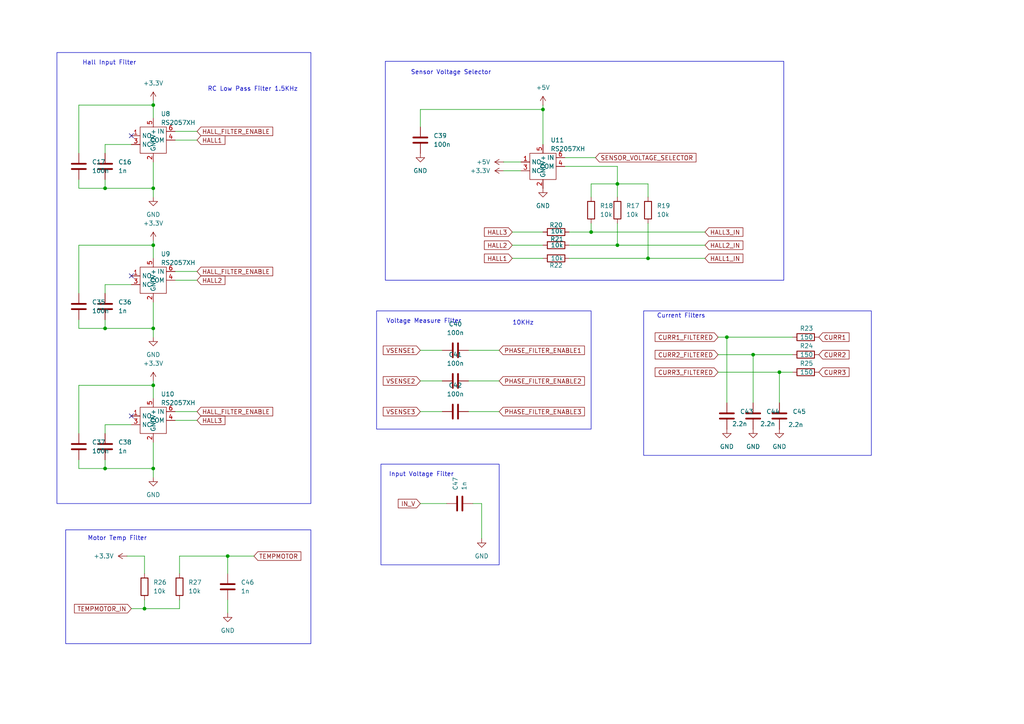
<source format=kicad_sch>
(kicad_sch
	(version 20231120)
	(generator "eeschema")
	(generator_version "8.0")
	(uuid "c0a931f5-0bdb-44a1-824d-978402ffb67a")
	(paper "A4")
	(lib_symbols
		(symbol "Device:C"
			(pin_numbers hide)
			(pin_names
				(offset 0.254)
			)
			(exclude_from_sim no)
			(in_bom yes)
			(on_board yes)
			(property "Reference" "C"
				(at 0.635 2.54 0)
				(effects
					(font
						(size 1.27 1.27)
					)
					(justify left)
				)
			)
			(property "Value" "C"
				(at 0.635 -2.54 0)
				(effects
					(font
						(size 1.27 1.27)
					)
					(justify left)
				)
			)
			(property "Footprint" ""
				(at 0.9652 -3.81 0)
				(effects
					(font
						(size 1.27 1.27)
					)
					(hide yes)
				)
			)
			(property "Datasheet" "~"
				(at 0 0 0)
				(effects
					(font
						(size 1.27 1.27)
					)
					(hide yes)
				)
			)
			(property "Description" "Unpolarized capacitor"
				(at 0 0 0)
				(effects
					(font
						(size 1.27 1.27)
					)
					(hide yes)
				)
			)
			(property "ki_keywords" "cap capacitor"
				(at 0 0 0)
				(effects
					(font
						(size 1.27 1.27)
					)
					(hide yes)
				)
			)
			(property "ki_fp_filters" "C_*"
				(at 0 0 0)
				(effects
					(font
						(size 1.27 1.27)
					)
					(hide yes)
				)
			)
			(symbol "C_0_1"
				(polyline
					(pts
						(xy -2.032 -0.762) (xy 2.032 -0.762)
					)
					(stroke
						(width 0.508)
						(type default)
					)
					(fill
						(type none)
					)
				)
				(polyline
					(pts
						(xy -2.032 0.762) (xy 2.032 0.762)
					)
					(stroke
						(width 0.508)
						(type default)
					)
					(fill
						(type none)
					)
				)
			)
			(symbol "C_1_1"
				(pin passive line
					(at 0 3.81 270)
					(length 2.794)
					(name "~"
						(effects
							(font
								(size 1.27 1.27)
							)
						)
					)
					(number "1"
						(effects
							(font
								(size 1.27 1.27)
							)
						)
					)
				)
				(pin passive line
					(at 0 -3.81 90)
					(length 2.794)
					(name "~"
						(effects
							(font
								(size 1.27 1.27)
							)
						)
					)
					(number "2"
						(effects
							(font
								(size 1.27 1.27)
							)
						)
					)
				)
			)
		)
		(symbol "Device:R"
			(pin_numbers hide)
			(pin_names
				(offset 0)
			)
			(exclude_from_sim no)
			(in_bom yes)
			(on_board yes)
			(property "Reference" "R"
				(at 2.032 0 90)
				(effects
					(font
						(size 1.27 1.27)
					)
				)
			)
			(property "Value" "R"
				(at 0 0 90)
				(effects
					(font
						(size 1.27 1.27)
					)
				)
			)
			(property "Footprint" ""
				(at -1.778 0 90)
				(effects
					(font
						(size 1.27 1.27)
					)
					(hide yes)
				)
			)
			(property "Datasheet" "~"
				(at 0 0 0)
				(effects
					(font
						(size 1.27 1.27)
					)
					(hide yes)
				)
			)
			(property "Description" "Resistor"
				(at 0 0 0)
				(effects
					(font
						(size 1.27 1.27)
					)
					(hide yes)
				)
			)
			(property "ki_keywords" "R res resistor"
				(at 0 0 0)
				(effects
					(font
						(size 1.27 1.27)
					)
					(hide yes)
				)
			)
			(property "ki_fp_filters" "R_*"
				(at 0 0 0)
				(effects
					(font
						(size 1.27 1.27)
					)
					(hide yes)
				)
			)
			(symbol "R_0_1"
				(rectangle
					(start -1.016 -2.54)
					(end 1.016 2.54)
					(stroke
						(width 0.254)
						(type default)
					)
					(fill
						(type none)
					)
				)
			)
			(symbol "R_1_1"
				(pin passive line
					(at 0 3.81 270)
					(length 1.27)
					(name "~"
						(effects
							(font
								(size 1.27 1.27)
							)
						)
					)
					(number "1"
						(effects
							(font
								(size 1.27 1.27)
							)
						)
					)
				)
				(pin passive line
					(at 0 -3.81 90)
					(length 1.27)
					(name "~"
						(effects
							(font
								(size 1.27 1.27)
							)
						)
					)
					(number "2"
						(effects
							(font
								(size 1.27 1.27)
							)
						)
					)
				)
			)
		)
		(symbol "lib:Analog_sw_RS2057XH"
			(exclude_from_sim no)
			(in_bom yes)
			(on_board yes)
			(property "Reference" "U"
				(at -0.254 8.89 0)
				(effects
					(font
						(size 1.27 1.27)
					)
				)
			)
			(property "Value" ""
				(at 0 0 0)
				(effects
					(font
						(size 1.27 1.27)
					)
				)
			)
			(property "Footprint" ""
				(at 0 0 0)
				(effects
					(font
						(size 1.27 1.27)
					)
					(hide yes)
				)
			)
			(property "Datasheet" ""
				(at 0 0 0)
				(effects
					(font
						(size 1.27 1.27)
					)
					(hide yes)
				)
			)
			(property "Description" ""
				(at 0 0 0)
				(effects
					(font
						(size 1.27 1.27)
					)
					(hide yes)
				)
			)
			(symbol "Analog_sw_RS2057XH_0_1"
				(rectangle
					(start -3.81 3.81)
					(end 3.81 -3.81)
					(stroke
						(width 0)
						(type default)
					)
					(fill
						(type none)
					)
				)
			)
			(symbol "Analog_sw_RS2057XH_1_1"
				(pin passive line
					(at -6.35 1.27 0)
					(length 2.54)
					(name "NO"
						(effects
							(font
								(size 1.27 1.27)
							)
						)
					)
					(number "1"
						(effects
							(font
								(size 1.27 1.27)
							)
						)
					)
				)
				(pin power_out line
					(at 0 -6.35 90)
					(length 2.54)
					(name "GND"
						(effects
							(font
								(size 1.27 1.27)
							)
						)
					)
					(number "2"
						(effects
							(font
								(size 1.27 1.27)
							)
						)
					)
				)
				(pin passive line
					(at -6.35 -1.27 0)
					(length 2.54)
					(name "NC"
						(effects
							(font
								(size 1.27 1.27)
							)
						)
					)
					(number "3"
						(effects
							(font
								(size 1.27 1.27)
							)
						)
					)
				)
				(pin input line
					(at 6.35 0 180)
					(length 2.54)
					(name "COM"
						(effects
							(font
								(size 1.27 1.27)
							)
						)
					)
					(number "4"
						(effects
							(font
								(size 1.27 1.27)
							)
						)
					)
				)
				(pin power_in line
					(at 0 6.35 270)
					(length 2.54)
					(name "V+"
						(effects
							(font
								(size 1.27 1.27)
							)
						)
					)
					(number "5"
						(effects
							(font
								(size 1.27 1.27)
							)
						)
					)
				)
				(pin input line
					(at 6.35 2.54 180)
					(length 2.54)
					(name "IN"
						(effects
							(font
								(size 1.27 1.27)
							)
						)
					)
					(number "6"
						(effects
							(font
								(size 1.27 1.27)
							)
						)
					)
				)
			)
		)
		(symbol "power:+3.3V"
			(power)
			(pin_numbers hide)
			(pin_names
				(offset 0) hide)
			(exclude_from_sim no)
			(in_bom yes)
			(on_board yes)
			(property "Reference" "#PWR"
				(at 0 -3.81 0)
				(effects
					(font
						(size 1.27 1.27)
					)
					(hide yes)
				)
			)
			(property "Value" "+3.3V"
				(at 0 3.556 0)
				(effects
					(font
						(size 1.27 1.27)
					)
				)
			)
			(property "Footprint" ""
				(at 0 0 0)
				(effects
					(font
						(size 1.27 1.27)
					)
					(hide yes)
				)
			)
			(property "Datasheet" ""
				(at 0 0 0)
				(effects
					(font
						(size 1.27 1.27)
					)
					(hide yes)
				)
			)
			(property "Description" "Power symbol creates a global label with name \"+3.3V\""
				(at 0 0 0)
				(effects
					(font
						(size 1.27 1.27)
					)
					(hide yes)
				)
			)
			(property "ki_keywords" "global power"
				(at 0 0 0)
				(effects
					(font
						(size 1.27 1.27)
					)
					(hide yes)
				)
			)
			(symbol "+3.3V_0_1"
				(polyline
					(pts
						(xy -0.762 1.27) (xy 0 2.54)
					)
					(stroke
						(width 0)
						(type default)
					)
					(fill
						(type none)
					)
				)
				(polyline
					(pts
						(xy 0 0) (xy 0 2.54)
					)
					(stroke
						(width 0)
						(type default)
					)
					(fill
						(type none)
					)
				)
				(polyline
					(pts
						(xy 0 2.54) (xy 0.762 1.27)
					)
					(stroke
						(width 0)
						(type default)
					)
					(fill
						(type none)
					)
				)
			)
			(symbol "+3.3V_1_1"
				(pin power_in line
					(at 0 0 90)
					(length 0)
					(name "~"
						(effects
							(font
								(size 1.27 1.27)
							)
						)
					)
					(number "1"
						(effects
							(font
								(size 1.27 1.27)
							)
						)
					)
				)
			)
		)
		(symbol "power:+5V"
			(power)
			(pin_numbers hide)
			(pin_names
				(offset 0) hide)
			(exclude_from_sim no)
			(in_bom yes)
			(on_board yes)
			(property "Reference" "#PWR"
				(at 0 -3.81 0)
				(effects
					(font
						(size 1.27 1.27)
					)
					(hide yes)
				)
			)
			(property "Value" "+5V"
				(at 0 3.556 0)
				(effects
					(font
						(size 1.27 1.27)
					)
				)
			)
			(property "Footprint" ""
				(at 0 0 0)
				(effects
					(font
						(size 1.27 1.27)
					)
					(hide yes)
				)
			)
			(property "Datasheet" ""
				(at 0 0 0)
				(effects
					(font
						(size 1.27 1.27)
					)
					(hide yes)
				)
			)
			(property "Description" "Power symbol creates a global label with name \"+5V\""
				(at 0 0 0)
				(effects
					(font
						(size 1.27 1.27)
					)
					(hide yes)
				)
			)
			(property "ki_keywords" "global power"
				(at 0 0 0)
				(effects
					(font
						(size 1.27 1.27)
					)
					(hide yes)
				)
			)
			(symbol "+5V_0_1"
				(polyline
					(pts
						(xy -0.762 1.27) (xy 0 2.54)
					)
					(stroke
						(width 0)
						(type default)
					)
					(fill
						(type none)
					)
				)
				(polyline
					(pts
						(xy 0 0) (xy 0 2.54)
					)
					(stroke
						(width 0)
						(type default)
					)
					(fill
						(type none)
					)
				)
				(polyline
					(pts
						(xy 0 2.54) (xy 0.762 1.27)
					)
					(stroke
						(width 0)
						(type default)
					)
					(fill
						(type none)
					)
				)
			)
			(symbol "+5V_1_1"
				(pin power_in line
					(at 0 0 90)
					(length 0)
					(name "~"
						(effects
							(font
								(size 1.27 1.27)
							)
						)
					)
					(number "1"
						(effects
							(font
								(size 1.27 1.27)
							)
						)
					)
				)
			)
		)
		(symbol "power:GND"
			(power)
			(pin_numbers hide)
			(pin_names
				(offset 0) hide)
			(exclude_from_sim no)
			(in_bom yes)
			(on_board yes)
			(property "Reference" "#PWR"
				(at 0 -6.35 0)
				(effects
					(font
						(size 1.27 1.27)
					)
					(hide yes)
				)
			)
			(property "Value" "GND"
				(at 0 -3.81 0)
				(effects
					(font
						(size 1.27 1.27)
					)
				)
			)
			(property "Footprint" ""
				(at 0 0 0)
				(effects
					(font
						(size 1.27 1.27)
					)
					(hide yes)
				)
			)
			(property "Datasheet" ""
				(at 0 0 0)
				(effects
					(font
						(size 1.27 1.27)
					)
					(hide yes)
				)
			)
			(property "Description" "Power symbol creates a global label with name \"GND\" , ground"
				(at 0 0 0)
				(effects
					(font
						(size 1.27 1.27)
					)
					(hide yes)
				)
			)
			(property "ki_keywords" "global power"
				(at 0 0 0)
				(effects
					(font
						(size 1.27 1.27)
					)
					(hide yes)
				)
			)
			(symbol "GND_0_1"
				(polyline
					(pts
						(xy 0 0) (xy 0 -1.27) (xy 1.27 -1.27) (xy 0 -2.54) (xy -1.27 -1.27) (xy 0 -1.27)
					)
					(stroke
						(width 0)
						(type default)
					)
					(fill
						(type none)
					)
				)
			)
			(symbol "GND_1_1"
				(pin power_in line
					(at 0 0 270)
					(length 0)
					(name "~"
						(effects
							(font
								(size 1.27 1.27)
							)
						)
					)
					(number "1"
						(effects
							(font
								(size 1.27 1.27)
							)
						)
					)
				)
			)
		)
	)
	(junction
		(at 179.07 71.12)
		(diameter 0)
		(color 0 0 0 0)
		(uuid "0bd2205a-42cf-4424-aaa6-31f0aaf6e8f1")
	)
	(junction
		(at 187.96 74.93)
		(diameter 0)
		(color 0 0 0 0)
		(uuid "22b44547-4d8d-4103-8243-023cef4618b3")
	)
	(junction
		(at 171.45 67.31)
		(diameter 0)
		(color 0 0 0 0)
		(uuid "2ac6c522-f35e-4870-9c78-08fa5c7b8be4")
	)
	(junction
		(at 226.06 107.95)
		(diameter 0)
		(color 0 0 0 0)
		(uuid "2d58337a-c628-4413-9742-b667f9e2b3b3")
	)
	(junction
		(at 157.48 31.75)
		(diameter 0)
		(color 0 0 0 0)
		(uuid "2fd3f362-7868-4fa9-9851-2e25dac8f18a")
	)
	(junction
		(at 210.82 97.79)
		(diameter 0)
		(color 0 0 0 0)
		(uuid "31de6cac-f5e6-45d2-b196-ff860277d8a2")
	)
	(junction
		(at 218.44 102.87)
		(diameter 0)
		(color 0 0 0 0)
		(uuid "433cf972-032b-4111-ad14-c9b4c9b9a647")
	)
	(junction
		(at 30.48 95.25)
		(diameter 0)
		(color 0 0 0 0)
		(uuid "464337f2-a634-4f39-8048-97d985d86602")
	)
	(junction
		(at 44.45 30.48)
		(diameter 0)
		(color 0 0 0 0)
		(uuid "49079652-1994-46aa-865f-f1540b2d4b85")
	)
	(junction
		(at 30.48 135.89)
		(diameter 0)
		(color 0 0 0 0)
		(uuid "4b45f632-7d31-408f-a630-3e1e146b5572")
	)
	(junction
		(at 41.91 176.53)
		(diameter 0)
		(color 0 0 0 0)
		(uuid "6322c2d4-e0ef-4c49-951b-7eb78bfa411e")
	)
	(junction
		(at 44.45 111.76)
		(diameter 0)
		(color 0 0 0 0)
		(uuid "7b95e53c-741a-4c27-90b9-2a7dac167ebf")
	)
	(junction
		(at 44.45 95.25)
		(diameter 0)
		(color 0 0 0 0)
		(uuid "7df0f71b-01a2-43cc-8903-35714f1cbb6b")
	)
	(junction
		(at 66.04 161.29)
		(diameter 0)
		(color 0 0 0 0)
		(uuid "a27a8fa5-1300-4ab6-9485-b58df52cd52c")
	)
	(junction
		(at 179.07 53.34)
		(diameter 0)
		(color 0 0 0 0)
		(uuid "c9e3cbce-f00a-4cca-84e8-634255590bcf")
	)
	(junction
		(at 44.45 71.12)
		(diameter 0)
		(color 0 0 0 0)
		(uuid "dc2afc84-a921-4985-8d3f-ac0693ca771e")
	)
	(junction
		(at 44.45 54.61)
		(diameter 0)
		(color 0 0 0 0)
		(uuid "e396828a-02c3-4921-8272-d9e83f1c59a2")
	)
	(junction
		(at 30.48 54.61)
		(diameter 0)
		(color 0 0 0 0)
		(uuid "f9d803aa-25c5-4637-b7be-8ee017c5b995")
	)
	(junction
		(at 44.45 135.89)
		(diameter 0)
		(color 0 0 0 0)
		(uuid "fbf2a381-f7d9-437d-add2-fe88341a3962")
	)
	(no_connect
		(at 38.1 39.37)
		(uuid "3eb7052b-6278-4ab9-a0fe-bbc1f35b8a98")
	)
	(no_connect
		(at 38.1 80.01)
		(uuid "6e036f4e-5354-47b1-b5cd-89936e6cea57")
	)
	(no_connect
		(at 38.1 120.65)
		(uuid "a625f478-654d-46c9-99af-5b226780b0f6")
	)
	(wire
		(pts
			(xy 210.82 97.79) (xy 210.82 116.84)
		)
		(stroke
			(width 0)
			(type default)
		)
		(uuid "082659bf-7785-42d1-9d06-db0ab95d2ef5")
	)
	(wire
		(pts
			(xy 30.48 135.89) (xy 44.45 135.89)
		)
		(stroke
			(width 0)
			(type default)
		)
		(uuid "12cd40df-892d-4f22-93b4-8addca25f31f")
	)
	(wire
		(pts
			(xy 171.45 57.15) (xy 171.45 53.34)
		)
		(stroke
			(width 0)
			(type default)
		)
		(uuid "176148e5-9d84-477b-a833-418bfa72cf00")
	)
	(wire
		(pts
			(xy 38.1 82.55) (xy 30.48 82.55)
		)
		(stroke
			(width 0)
			(type default)
		)
		(uuid "17c3b8a4-ef09-4157-82b6-2bd15f4141ec")
	)
	(wire
		(pts
			(xy 30.48 52.07) (xy 30.48 54.61)
		)
		(stroke
			(width 0)
			(type default)
		)
		(uuid "195c118a-77cb-4b73-a824-f8b8cba5081a")
	)
	(wire
		(pts
			(xy 66.04 161.29) (xy 66.04 166.37)
		)
		(stroke
			(width 0)
			(type default)
		)
		(uuid "1d0cd5d0-1f14-4037-9d39-823b8c02cd63")
	)
	(wire
		(pts
			(xy 44.45 69.85) (xy 44.45 71.12)
		)
		(stroke
			(width 0)
			(type default)
		)
		(uuid "1eeb2527-5155-43a4-ba0c-eba5e902b56e")
	)
	(wire
		(pts
			(xy 52.07 166.37) (xy 52.07 161.29)
		)
		(stroke
			(width 0)
			(type default)
		)
		(uuid "2395dab9-4154-43d3-a302-df0d61c521a4")
	)
	(wire
		(pts
			(xy 41.91 173.99) (xy 41.91 176.53)
		)
		(stroke
			(width 0)
			(type default)
		)
		(uuid "24e2d96f-db9c-4b39-b248-a3e96f67630e")
	)
	(wire
		(pts
			(xy 148.59 71.12) (xy 157.48 71.12)
		)
		(stroke
			(width 0)
			(type default)
		)
		(uuid "25bb8d2d-ec44-4407-b85d-2d36f6b0a48d")
	)
	(wire
		(pts
			(xy 171.45 67.31) (xy 204.47 67.31)
		)
		(stroke
			(width 0)
			(type default)
		)
		(uuid "283ef5bf-338a-41b7-aa04-f5ee018f1cd8")
	)
	(wire
		(pts
			(xy 22.86 71.12) (xy 44.45 71.12)
		)
		(stroke
			(width 0)
			(type default)
		)
		(uuid "2b4f3fa3-a867-4d68-8150-b13d8fa131e0")
	)
	(wire
		(pts
			(xy 30.48 123.19) (xy 30.48 125.73)
		)
		(stroke
			(width 0)
			(type default)
		)
		(uuid "2e56c4ad-a91f-4569-a568-0de6c98957bc")
	)
	(wire
		(pts
			(xy 22.86 44.45) (xy 22.86 30.48)
		)
		(stroke
			(width 0)
			(type default)
		)
		(uuid "2eddd12e-c6f0-4901-95d0-1944244ef673")
	)
	(wire
		(pts
			(xy 179.07 48.26) (xy 179.07 53.34)
		)
		(stroke
			(width 0)
			(type default)
		)
		(uuid "3113e5be-fa0b-40e8-9772-1945b47924bc")
	)
	(wire
		(pts
			(xy 165.1 71.12) (xy 179.07 71.12)
		)
		(stroke
			(width 0)
			(type default)
		)
		(uuid "362001ea-998c-4a79-aae9-060766abe1ef")
	)
	(wire
		(pts
			(xy 146.05 46.99) (xy 151.13 46.99)
		)
		(stroke
			(width 0)
			(type default)
		)
		(uuid "39c120eb-7fd5-4dca-994e-bea5d77745ca")
	)
	(wire
		(pts
			(xy 22.86 30.48) (xy 44.45 30.48)
		)
		(stroke
			(width 0)
			(type default)
		)
		(uuid "3a3cf00a-fc82-436a-89b0-0dcb5552a6ff")
	)
	(wire
		(pts
			(xy 226.06 107.95) (xy 226.06 116.84)
		)
		(stroke
			(width 0)
			(type default)
		)
		(uuid "3a542025-50c6-4f48-abd5-79a55c685e42")
	)
	(wire
		(pts
			(xy 52.07 173.99) (xy 52.07 176.53)
		)
		(stroke
			(width 0)
			(type default)
		)
		(uuid "410082aa-a9c0-461e-8b3d-203c2659f6d1")
	)
	(wire
		(pts
			(xy 30.48 95.25) (xy 44.45 95.25)
		)
		(stroke
			(width 0)
			(type default)
		)
		(uuid "438a4644-e3ca-4b1b-bcd6-66fe3e606c45")
	)
	(wire
		(pts
			(xy 179.07 71.12) (xy 179.07 64.77)
		)
		(stroke
			(width 0)
			(type default)
		)
		(uuid "43be16a0-46d3-4a4a-8de9-0302fb6a27df")
	)
	(wire
		(pts
			(xy 171.45 67.31) (xy 171.45 64.77)
		)
		(stroke
			(width 0)
			(type default)
		)
		(uuid "44eedeb1-5a4d-4ed6-a916-d4ed14d6026c")
	)
	(wire
		(pts
			(xy 135.89 110.49) (xy 144.78 110.49)
		)
		(stroke
			(width 0)
			(type default)
		)
		(uuid "49bbb011-264c-42be-8dff-fca906265b89")
	)
	(wire
		(pts
			(xy 187.96 74.93) (xy 187.96 64.77)
		)
		(stroke
			(width 0)
			(type default)
		)
		(uuid "5229064d-d458-468e-a75a-5d007da020f0")
	)
	(wire
		(pts
			(xy 44.45 46.99) (xy 44.45 54.61)
		)
		(stroke
			(width 0)
			(type default)
		)
		(uuid "530bdd14-bcdf-45a5-b63f-3d9f52c98a5b")
	)
	(wire
		(pts
			(xy 146.05 49.53) (xy 151.13 49.53)
		)
		(stroke
			(width 0)
			(type default)
		)
		(uuid "5f737dd6-9e65-45dc-ae74-7050b60e7577")
	)
	(wire
		(pts
			(xy 163.83 45.72) (xy 172.72 45.72)
		)
		(stroke
			(width 0)
			(type default)
		)
		(uuid "61682bce-41f0-4e13-a67c-1dde04852ba0")
	)
	(wire
		(pts
			(xy 30.48 41.91) (xy 30.48 44.45)
		)
		(stroke
			(width 0)
			(type default)
		)
		(uuid "62b4370b-c886-404f-ab2e-1c90333fe518")
	)
	(wire
		(pts
			(xy 22.86 125.73) (xy 22.86 111.76)
		)
		(stroke
			(width 0)
			(type default)
		)
		(uuid "6329195e-bfcb-49e1-bdbc-c51726e516bf")
	)
	(wire
		(pts
			(xy 179.07 71.12) (xy 204.47 71.12)
		)
		(stroke
			(width 0)
			(type default)
		)
		(uuid "63368849-a34d-4018-b356-23a69de41f41")
	)
	(wire
		(pts
			(xy 44.45 135.89) (xy 44.45 138.43)
		)
		(stroke
			(width 0)
			(type default)
		)
		(uuid "6355991d-6b9c-4353-8936-f9b3c614e894")
	)
	(wire
		(pts
			(xy 22.86 133.35) (xy 22.86 135.89)
		)
		(stroke
			(width 0)
			(type default)
		)
		(uuid "65206e19-7dc5-45db-b159-4d3b77a6c29e")
	)
	(wire
		(pts
			(xy 44.45 29.21) (xy 44.45 30.48)
		)
		(stroke
			(width 0)
			(type default)
		)
		(uuid "6693324f-7245-465c-bc3d-c3cd6cf9651b")
	)
	(wire
		(pts
			(xy 139.7 156.21) (xy 139.7 146.05)
		)
		(stroke
			(width 0)
			(type default)
		)
		(uuid "74ae7f33-d59e-458b-83e5-a250d81ffe4e")
	)
	(wire
		(pts
			(xy 226.06 107.95) (xy 229.87 107.95)
		)
		(stroke
			(width 0)
			(type default)
		)
		(uuid "7878e6ac-fffb-47cf-a01a-9787805077ff")
	)
	(wire
		(pts
			(xy 50.8 40.64) (xy 57.15 40.64)
		)
		(stroke
			(width 0)
			(type default)
		)
		(uuid "78f5b22a-4ce3-4b6a-8d69-f0c6e8167ed6")
	)
	(wire
		(pts
			(xy 52.07 161.29) (xy 66.04 161.29)
		)
		(stroke
			(width 0)
			(type default)
		)
		(uuid "7905d076-8e9f-4384-9f4a-2438798350ea")
	)
	(wire
		(pts
			(xy 135.89 101.6) (xy 144.78 101.6)
		)
		(stroke
			(width 0)
			(type default)
		)
		(uuid "7950d1df-2ac4-4de3-b3e5-6acc5ec3dfac")
	)
	(wire
		(pts
			(xy 50.8 119.38) (xy 57.15 119.38)
		)
		(stroke
			(width 0)
			(type default)
		)
		(uuid "7bbfecd6-2512-4f88-acf7-b7dc7dc0bcac")
	)
	(wire
		(pts
			(xy 139.7 146.05) (xy 137.16 146.05)
		)
		(stroke
			(width 0)
			(type default)
		)
		(uuid "7c02f210-aca9-4903-af3f-c45f258480be")
	)
	(wire
		(pts
			(xy 208.28 107.95) (xy 226.06 107.95)
		)
		(stroke
			(width 0)
			(type default)
		)
		(uuid "7c423247-7ec4-4d47-b5fc-af9c8d89e520")
	)
	(wire
		(pts
			(xy 44.45 30.48) (xy 44.45 34.29)
		)
		(stroke
			(width 0)
			(type default)
		)
		(uuid "7fa79cfa-ee04-45fd-b7a7-03d66d083e42")
	)
	(wire
		(pts
			(xy 44.45 54.61) (xy 44.45 57.15)
		)
		(stroke
			(width 0)
			(type default)
		)
		(uuid "83b5e885-47ce-4626-8c5d-444cd7f80575")
	)
	(wire
		(pts
			(xy 121.92 119.38) (xy 128.27 119.38)
		)
		(stroke
			(width 0)
			(type default)
		)
		(uuid "83feb443-6d52-4257-843d-09b0a99d46d2")
	)
	(wire
		(pts
			(xy 22.86 54.61) (xy 30.48 54.61)
		)
		(stroke
			(width 0)
			(type default)
		)
		(uuid "85bdc122-18e5-4f26-ae6a-6b8dd898e65c")
	)
	(wire
		(pts
			(xy 187.96 53.34) (xy 179.07 53.34)
		)
		(stroke
			(width 0)
			(type default)
		)
		(uuid "88894bcc-ca3d-45fd-b71f-3bcf95a20b3f")
	)
	(wire
		(pts
			(xy 163.83 48.26) (xy 179.07 48.26)
		)
		(stroke
			(width 0)
			(type default)
		)
		(uuid "8b8496e5-4025-432e-bdf1-7b87544448d9")
	)
	(wire
		(pts
			(xy 179.07 53.34) (xy 179.07 57.15)
		)
		(stroke
			(width 0)
			(type default)
		)
		(uuid "8c54208a-a1d2-47cc-aa21-5e9ce5280998")
	)
	(wire
		(pts
			(xy 218.44 102.87) (xy 229.87 102.87)
		)
		(stroke
			(width 0)
			(type default)
		)
		(uuid "8e27b0aa-66f2-43ad-9c06-13236d250eeb")
	)
	(wire
		(pts
			(xy 22.86 135.89) (xy 30.48 135.89)
		)
		(stroke
			(width 0)
			(type default)
		)
		(uuid "901ffb00-2956-4301-b06e-66a585e2a9bf")
	)
	(wire
		(pts
			(xy 22.86 85.09) (xy 22.86 71.12)
		)
		(stroke
			(width 0)
			(type default)
		)
		(uuid "9284bdb2-b519-4891-8531-bb32bd1f647d")
	)
	(wire
		(pts
			(xy 187.96 57.15) (xy 187.96 53.34)
		)
		(stroke
			(width 0)
			(type default)
		)
		(uuid "997378c9-448c-47a1-b259-884abf367bdf")
	)
	(wire
		(pts
			(xy 66.04 173.99) (xy 66.04 177.8)
		)
		(stroke
			(width 0)
			(type default)
		)
		(uuid "9adc89dc-26ce-4919-b3a6-fefd7aca8818")
	)
	(wire
		(pts
			(xy 50.8 78.74) (xy 57.15 78.74)
		)
		(stroke
			(width 0)
			(type default)
		)
		(uuid "9c788717-7165-4ce5-9c8b-251d6d4bb03d")
	)
	(wire
		(pts
			(xy 157.48 30.48) (xy 157.48 31.75)
		)
		(stroke
			(width 0)
			(type default)
		)
		(uuid "9d0bfae4-2d5c-4239-9eff-a1262455cfee")
	)
	(wire
		(pts
			(xy 30.48 92.71) (xy 30.48 95.25)
		)
		(stroke
			(width 0)
			(type default)
		)
		(uuid "9d8a7d5b-af2d-4125-9e26-40393a779998")
	)
	(wire
		(pts
			(xy 121.92 101.6) (xy 128.27 101.6)
		)
		(stroke
			(width 0)
			(type default)
		)
		(uuid "9dd65e69-c3ff-44c9-8fc8-14e0a42ff999")
	)
	(wire
		(pts
			(xy 148.59 74.93) (xy 157.48 74.93)
		)
		(stroke
			(width 0)
			(type default)
		)
		(uuid "9ea4d820-e521-40a8-ba5e-bcc13a9966a7")
	)
	(wire
		(pts
			(xy 208.28 102.87) (xy 218.44 102.87)
		)
		(stroke
			(width 0)
			(type default)
		)
		(uuid "a03950c0-43ea-440d-be06-b3a90b9dfa16")
	)
	(wire
		(pts
			(xy 44.45 111.76) (xy 44.45 115.57)
		)
		(stroke
			(width 0)
			(type default)
		)
		(uuid "a120ddb2-f5a2-43f5-8e45-9ac64b38ca8b")
	)
	(wire
		(pts
			(xy 121.92 31.75) (xy 157.48 31.75)
		)
		(stroke
			(width 0)
			(type default)
		)
		(uuid "a39fa5f8-8dd7-4a83-9f6b-4de3d6a85e3d")
	)
	(wire
		(pts
			(xy 41.91 161.29) (xy 41.91 166.37)
		)
		(stroke
			(width 0)
			(type default)
		)
		(uuid "a4af343a-18cd-4c98-881c-6ffc9d56b650")
	)
	(wire
		(pts
			(xy 165.1 74.93) (xy 187.96 74.93)
		)
		(stroke
			(width 0)
			(type default)
		)
		(uuid "a51565be-317b-4666-952a-9371991d7cdf")
	)
	(wire
		(pts
			(xy 41.91 176.53) (xy 38.1 176.53)
		)
		(stroke
			(width 0)
			(type default)
		)
		(uuid "a58fc811-0f41-4ee6-9f38-5a9b0dcd16da")
	)
	(wire
		(pts
			(xy 30.48 133.35) (xy 30.48 135.89)
		)
		(stroke
			(width 0)
			(type default)
		)
		(uuid "a5a676e2-a32c-49a2-aa3a-5c0c13f4c360")
	)
	(wire
		(pts
			(xy 157.48 31.75) (xy 157.48 41.91)
		)
		(stroke
			(width 0)
			(type default)
		)
		(uuid "a6d0e0fa-12df-4887-945c-63ce5e4e233f")
	)
	(wire
		(pts
			(xy 22.86 111.76) (xy 44.45 111.76)
		)
		(stroke
			(width 0)
			(type default)
		)
		(uuid "a8f6f22e-9169-43ba-bda8-560871a89435")
	)
	(wire
		(pts
			(xy 44.45 87.63) (xy 44.45 95.25)
		)
		(stroke
			(width 0)
			(type default)
		)
		(uuid "a90d2d0c-e7b2-4341-ac89-f734d783ada3")
	)
	(wire
		(pts
			(xy 121.92 36.83) (xy 121.92 31.75)
		)
		(stroke
			(width 0)
			(type default)
		)
		(uuid "abea8152-ee7b-42b4-8c00-7527e5a7191c")
	)
	(wire
		(pts
			(xy 52.07 176.53) (xy 41.91 176.53)
		)
		(stroke
			(width 0)
			(type default)
		)
		(uuid "ac425e3c-e8a4-44a0-bf2d-1975437d78d1")
	)
	(wire
		(pts
			(xy 187.96 74.93) (xy 204.47 74.93)
		)
		(stroke
			(width 0)
			(type default)
		)
		(uuid "acdecc0f-9982-40a3-a8e5-42e79fbd7c1b")
	)
	(wire
		(pts
			(xy 22.86 95.25) (xy 30.48 95.25)
		)
		(stroke
			(width 0)
			(type default)
		)
		(uuid "b13e302f-bbfa-4f43-a2e1-a5c01ce99571")
	)
	(wire
		(pts
			(xy 208.28 97.79) (xy 210.82 97.79)
		)
		(stroke
			(width 0)
			(type default)
		)
		(uuid "b1ea8e8c-1284-4d54-b820-53da9674907f")
	)
	(wire
		(pts
			(xy 218.44 102.87) (xy 218.44 116.84)
		)
		(stroke
			(width 0)
			(type default)
		)
		(uuid "b8e6c87e-1c6f-4100-a234-6cfe35400ca9")
	)
	(wire
		(pts
			(xy 165.1 67.31) (xy 171.45 67.31)
		)
		(stroke
			(width 0)
			(type default)
		)
		(uuid "bb718b1e-daea-4e18-9952-59b4e2842a39")
	)
	(wire
		(pts
			(xy 30.48 54.61) (xy 44.45 54.61)
		)
		(stroke
			(width 0)
			(type default)
		)
		(uuid "c08f032a-6bb7-4b24-9d7a-56d065156458")
	)
	(wire
		(pts
			(xy 50.8 121.92) (xy 57.15 121.92)
		)
		(stroke
			(width 0)
			(type default)
		)
		(uuid "c33fba21-dbaf-40b7-8569-225b355edc8c")
	)
	(wire
		(pts
			(xy 135.89 119.38) (xy 144.78 119.38)
		)
		(stroke
			(width 0)
			(type default)
		)
		(uuid "c4ddce7c-bfa0-44df-be5e-8541acc9eeab")
	)
	(wire
		(pts
			(xy 36.83 161.29) (xy 41.91 161.29)
		)
		(stroke
			(width 0)
			(type default)
		)
		(uuid "c7b08501-35ec-4f12-a3cc-40ea065875ef")
	)
	(wire
		(pts
			(xy 22.86 52.07) (xy 22.86 54.61)
		)
		(stroke
			(width 0)
			(type default)
		)
		(uuid "c8c8a8d7-5ab1-4f5e-a817-0d76ba8944d0")
	)
	(wire
		(pts
			(xy 171.45 53.34) (xy 179.07 53.34)
		)
		(stroke
			(width 0)
			(type default)
		)
		(uuid "c8dd1c57-3c2c-4459-8201-739ecc705c8f")
	)
	(wire
		(pts
			(xy 121.92 110.49) (xy 128.27 110.49)
		)
		(stroke
			(width 0)
			(type default)
		)
		(uuid "cb8aa198-b9c6-4ace-93d9-1f8d825b54cb")
	)
	(wire
		(pts
			(xy 44.45 95.25) (xy 44.45 97.79)
		)
		(stroke
			(width 0)
			(type default)
		)
		(uuid "d114ea7a-23c2-4e65-ae42-a2ea23b3e942")
	)
	(wire
		(pts
			(xy 121.92 146.05) (xy 129.54 146.05)
		)
		(stroke
			(width 0)
			(type default)
		)
		(uuid "d371f69a-d4f6-472e-a214-2d92f21800fa")
	)
	(wire
		(pts
			(xy 66.04 161.29) (xy 73.66 161.29)
		)
		(stroke
			(width 0)
			(type default)
		)
		(uuid "dcf67968-f56a-44cc-bd93-2f75905a49ad")
	)
	(wire
		(pts
			(xy 50.8 81.28) (xy 57.15 81.28)
		)
		(stroke
			(width 0)
			(type default)
		)
		(uuid "e46b0ffa-9466-4e4b-a209-c9c31b69fd6e")
	)
	(wire
		(pts
			(xy 30.48 82.55) (xy 30.48 85.09)
		)
		(stroke
			(width 0)
			(type default)
		)
		(uuid "e7715169-0573-4aea-8deb-111d76805598")
	)
	(wire
		(pts
			(xy 50.8 38.1) (xy 57.15 38.1)
		)
		(stroke
			(width 0)
			(type default)
		)
		(uuid "e79b67de-6f27-4969-a78a-17eb5e58a946")
	)
	(wire
		(pts
			(xy 210.82 97.79) (xy 229.87 97.79)
		)
		(stroke
			(width 0)
			(type default)
		)
		(uuid "e91bcfab-67b8-485c-a94b-73b2c992b36f")
	)
	(wire
		(pts
			(xy 22.86 92.71) (xy 22.86 95.25)
		)
		(stroke
			(width 0)
			(type default)
		)
		(uuid "eabbe009-830d-49b3-ab5b-a41082803273")
	)
	(wire
		(pts
			(xy 38.1 41.91) (xy 30.48 41.91)
		)
		(stroke
			(width 0)
			(type default)
		)
		(uuid "efac8e3d-3d04-4c1e-af0e-1f62955ff715")
	)
	(wire
		(pts
			(xy 44.45 110.49) (xy 44.45 111.76)
		)
		(stroke
			(width 0)
			(type default)
		)
		(uuid "f30f7b77-261a-4ce0-954d-da6ab4565187")
	)
	(wire
		(pts
			(xy 38.1 123.19) (xy 30.48 123.19)
		)
		(stroke
			(width 0)
			(type default)
		)
		(uuid "f503d24c-53ad-4fff-b952-9e5287d98b8d")
	)
	(wire
		(pts
			(xy 44.45 128.27) (xy 44.45 135.89)
		)
		(stroke
			(width 0)
			(type default)
		)
		(uuid "f642f6b4-709e-4f07-98be-bdb2ed133ae7")
	)
	(wire
		(pts
			(xy 44.45 71.12) (xy 44.45 74.93)
		)
		(stroke
			(width 0)
			(type default)
		)
		(uuid "f8652f6b-f1f3-402c-8e6e-897fb6b30f32")
	)
	(wire
		(pts
			(xy 148.59 67.31) (xy 157.48 67.31)
		)
		(stroke
			(width 0)
			(type default)
		)
		(uuid "fa83796d-4b54-4795-b4fa-ddd1bfc5973e")
	)
	(rectangle
		(start 186.69 90.17)
		(end 252.73 132.08)
		(stroke
			(width 0)
			(type default)
		)
		(fill
			(type none)
		)
		(uuid 002b8ea6-4316-48d0-80eb-7f4ae4a09154)
	)
	(rectangle
		(start 19.05 153.67)
		(end 90.17 186.69)
		(stroke
			(width 0)
			(type default)
		)
		(fill
			(type none)
		)
		(uuid 1cef9481-e355-4273-9d51-538a9f95e72c)
	)
	(rectangle
		(start 109.22 90.17)
		(end 171.45 124.46)
		(stroke
			(width 0)
			(type default)
		)
		(fill
			(type none)
		)
		(uuid 2e768daa-2705-4c30-8c15-99cf51005fa0)
	)
	(rectangle
		(start 16.51 15.24)
		(end 90.17 146.05)
		(stroke
			(width 0)
			(type default)
		)
		(fill
			(type none)
		)
		(uuid 449d3614-3b01-43fe-990c-5bc47a2cafa5)
	)
	(rectangle
		(start 110.49 134.62)
		(end 144.78 163.83)
		(stroke
			(width 0)
			(type default)
		)
		(fill
			(type none)
		)
		(uuid ef2d5b87-0321-456f-aaa9-1330d41a5661)
	)
	(rectangle
		(start 111.76 17.78)
		(end 227.33 81.28)
		(stroke
			(width 0)
			(type default)
		)
		(fill
			(type none)
		)
		(uuid f0681e73-88cf-4a03-9038-56d03002b24a)
	)
	(text "Current Filters"
		(exclude_from_sim no)
		(at 190.5 91.694 0)
		(effects
			(font
				(size 1.27 1.27)
			)
			(justify left)
		)
		(uuid "4a61c98f-91ff-45a5-86df-2caccb1851c1")
	)
	(text "Hall Input Filter\n"
		(exclude_from_sim no)
		(at 23.876 18.288 0)
		(effects
			(font
				(size 1.27 1.27)
			)
			(justify left)
		)
		(uuid "4e13edda-e16b-479d-a10a-10d3d4bd1606")
	)
	(text "10KHz"
		(exclude_from_sim no)
		(at 148.59 93.726 0)
		(effects
			(font
				(size 1.27 1.27)
			)
			(justify left)
		)
		(uuid "70fb3ecb-7fe0-4665-810e-6543e692f907")
	)
	(text "RC Low Pass Filter 1.5KHz"
		(exclude_from_sim no)
		(at 60.198 25.908 0)
		(effects
			(font
				(size 1.27 1.27)
			)
			(justify left)
		)
		(uuid "8b802f2b-30ad-4013-aef7-3cbff527ebbc")
	)
	(text "Input Voltage Filter"
		(exclude_from_sim no)
		(at 112.776 137.668 0)
		(effects
			(font
				(size 1.27 1.27)
			)
			(justify left)
		)
		(uuid "b10897a2-0d6d-447a-9f02-01324f626c2e")
	)
	(text "Sensor Voltage Selector"
		(exclude_from_sim no)
		(at 119.126 21.082 0)
		(effects
			(font
				(size 1.27 1.27)
			)
			(justify left)
		)
		(uuid "b27585f9-28cf-4f41-9840-0e26ac72f366")
	)
	(text "Voltage Measure Filter"
		(exclude_from_sim no)
		(at 112.014 93.218 0)
		(effects
			(font
				(size 1.27 1.27)
			)
			(justify left)
		)
		(uuid "ea1abab3-f2c0-4dff-9cd6-cc471a4b4409")
	)
	(text "Motor Temp Filter"
		(exclude_from_sim no)
		(at 25.4 156.21 0)
		(effects
			(font
				(size 1.27 1.27)
			)
			(justify left)
		)
		(uuid "ebe9e5f8-5c2d-49ae-8d9d-82ae0f1cf0c8")
	)
	(global_label "CURR1"
		(shape input)
		(at 237.49 97.79 0)
		(fields_autoplaced yes)
		(effects
			(font
				(size 1.27 1.27)
			)
			(justify left)
		)
		(uuid "061dafd9-7ba7-4769-93bb-1dbc7e2dbbef")
		(property "Intersheetrefs" "${INTERSHEET_REFS}"
			(at 246.8252 97.79 0)
			(effects
				(font
					(size 1.27 1.27)
				)
				(justify left)
				(hide yes)
			)
		)
	)
	(global_label "HALL1"
		(shape input)
		(at 57.15 40.64 0)
		(fields_autoplaced yes)
		(effects
			(font
				(size 1.27 1.27)
			)
			(justify left)
		)
		(uuid "16275f42-92a1-406d-b517-c634873333e9")
		(property "Intersheetrefs" "${INTERSHEET_REFS}"
			(at 65.82 40.64 0)
			(effects
				(font
					(size 1.27 1.27)
				)
				(justify left)
				(hide yes)
			)
		)
	)
	(global_label "TEMPMOTOR_IN"
		(shape input)
		(at 38.1 176.53 180)
		(fields_autoplaced yes)
		(effects
			(font
				(size 1.27 1.27)
			)
			(justify right)
		)
		(uuid "2179fefb-2498-4622-83c2-851f21e261ce")
		(property "Intersheetrefs" "${INTERSHEET_REFS}"
			(at 21.0239 176.53 0)
			(effects
				(font
					(size 1.27 1.27)
				)
				(justify right)
				(hide yes)
			)
		)
	)
	(global_label "HALL_FILTER_ENABLE"
		(shape input)
		(at 57.15 78.74 0)
		(fields_autoplaced yes)
		(effects
			(font
				(size 1.27 1.27)
			)
			(justify left)
		)
		(uuid "2ac40775-22dd-4d71-8803-90750c2cfb5b")
		(property "Intersheetrefs" "${INTERSHEET_REFS}"
			(at 79.669 78.74 0)
			(effects
				(font
					(size 1.27 1.27)
				)
				(justify left)
				(hide yes)
			)
		)
	)
	(global_label "HALL3"
		(shape input)
		(at 148.59 67.31 180)
		(fields_autoplaced yes)
		(effects
			(font
				(size 1.27 1.27)
			)
			(justify right)
		)
		(uuid "2d59b9ee-6b5e-452a-ad31-9a740ea24e85")
		(property "Intersheetrefs" "${INTERSHEET_REFS}"
			(at 139.92 67.31 0)
			(effects
				(font
					(size 1.27 1.27)
				)
				(justify right)
				(hide yes)
			)
		)
	)
	(global_label "HALL2"
		(shape input)
		(at 57.15 81.28 0)
		(fields_autoplaced yes)
		(effects
			(font
				(size 1.27 1.27)
			)
			(justify left)
		)
		(uuid "35dd3eee-ef45-4712-9747-ebd2afd1c1c2")
		(property "Intersheetrefs" "${INTERSHEET_REFS}"
			(at 65.82 81.28 0)
			(effects
				(font
					(size 1.27 1.27)
				)
				(justify left)
				(hide yes)
			)
		)
	)
	(global_label "PHASE_FILTER_ENABLE3"
		(shape input)
		(at 144.78 119.38 0)
		(fields_autoplaced yes)
		(effects
			(font
				(size 1.27 1.27)
			)
			(justify left)
		)
		(uuid "373434ce-348d-4b27-abd6-a23fb737d394")
		(property "Intersheetrefs" "${INTERSHEET_REFS}"
			(at 170.0808 119.38 0)
			(effects
				(font
					(size 1.27 1.27)
				)
				(justify left)
				(hide yes)
			)
		)
	)
	(global_label "CURR3"
		(shape input)
		(at 237.49 107.95 0)
		(fields_autoplaced yes)
		(effects
			(font
				(size 1.27 1.27)
			)
			(justify left)
		)
		(uuid "49bd4475-6884-4795-a87e-20a7ae484769")
		(property "Intersheetrefs" "${INTERSHEET_REFS}"
			(at 246.8252 107.95 0)
			(effects
				(font
					(size 1.27 1.27)
				)
				(justify left)
				(hide yes)
			)
		)
	)
	(global_label "HALL3"
		(shape input)
		(at 57.15 121.92 0)
		(fields_autoplaced yes)
		(effects
			(font
				(size 1.27 1.27)
			)
			(justify left)
		)
		(uuid "4de721b8-8b98-4832-aef9-e9ea00f55950")
		(property "Intersheetrefs" "${INTERSHEET_REFS}"
			(at 65.82 121.92 0)
			(effects
				(font
					(size 1.27 1.27)
				)
				(justify left)
				(hide yes)
			)
		)
	)
	(global_label "CURR3_FILTERED"
		(shape input)
		(at 208.28 107.95 180)
		(fields_autoplaced yes)
		(effects
			(font
				(size 1.27 1.27)
			)
			(justify right)
		)
		(uuid "5703a966-79f8-4120-8168-dae5e5200d27")
		(property "Intersheetrefs" "${INTERSHEET_REFS}"
			(at 189.4501 107.95 0)
			(effects
				(font
					(size 1.27 1.27)
				)
				(justify right)
				(hide yes)
			)
		)
	)
	(global_label "VSENSE1"
		(shape input)
		(at 121.92 101.6 180)
		(fields_autoplaced yes)
		(effects
			(font
				(size 1.27 1.27)
			)
			(justify right)
		)
		(uuid "5e0f79ee-987e-400e-918c-4528cc9cdf33")
		(property "Intersheetrefs" "${INTERSHEET_REFS}"
			(at 110.5892 101.6 0)
			(effects
				(font
					(size 1.27 1.27)
				)
				(justify right)
				(hide yes)
			)
		)
	)
	(global_label "PHASE_FILTER_ENABLE2"
		(shape input)
		(at 144.78 110.49 0)
		(fields_autoplaced yes)
		(effects
			(font
				(size 1.27 1.27)
			)
			(justify left)
		)
		(uuid "6cd3f6e4-69aa-45c8-a8e6-7034627eae9f")
		(property "Intersheetrefs" "${INTERSHEET_REFS}"
			(at 170.0808 110.49 0)
			(effects
				(font
					(size 1.27 1.27)
				)
				(justify left)
				(hide yes)
			)
		)
	)
	(global_label "PHASE_FILTER_ENABLE1"
		(shape input)
		(at 144.78 101.6 0)
		(fields_autoplaced yes)
		(effects
			(font
				(size 1.27 1.27)
			)
			(justify left)
		)
		(uuid "72701e88-24c6-43e4-b427-af4994e0d768")
		(property "Intersheetrefs" "${INTERSHEET_REFS}"
			(at 170.0808 101.6 0)
			(effects
				(font
					(size 1.27 1.27)
				)
				(justify left)
				(hide yes)
			)
		)
	)
	(global_label "HALL2_IN"
		(shape input)
		(at 204.47 71.12 0)
		(fields_autoplaced yes)
		(effects
			(font
				(size 1.27 1.27)
			)
			(justify left)
		)
		(uuid "772fbb2a-0a9f-4ed3-a22b-28d9ce0dfcd4")
		(property "Intersheetrefs" "${INTERSHEET_REFS}"
			(at 216.0429 71.12 0)
			(effects
				(font
					(size 1.27 1.27)
				)
				(justify left)
				(hide yes)
			)
		)
	)
	(global_label "HALL1"
		(shape input)
		(at 148.59 74.93 180)
		(fields_autoplaced yes)
		(effects
			(font
				(size 1.27 1.27)
			)
			(justify right)
		)
		(uuid "7c7dbc83-3d6f-47e4-9866-a3e7f98135ea")
		(property "Intersheetrefs" "${INTERSHEET_REFS}"
			(at 139.92 74.93 0)
			(effects
				(font
					(size 1.27 1.27)
				)
				(justify right)
				(hide yes)
			)
		)
	)
	(global_label "CURR1_FILTERED"
		(shape input)
		(at 208.28 97.79 180)
		(fields_autoplaced yes)
		(effects
			(font
				(size 1.27 1.27)
			)
			(justify right)
		)
		(uuid "845e59c0-7e12-4a57-a188-d224cfbbda9c")
		(property "Intersheetrefs" "${INTERSHEET_REFS}"
			(at 189.4501 97.79 0)
			(effects
				(font
					(size 1.27 1.27)
				)
				(justify right)
				(hide yes)
			)
		)
	)
	(global_label "VSENSE2"
		(shape input)
		(at 121.92 110.49 180)
		(fields_autoplaced yes)
		(effects
			(font
				(size 1.27 1.27)
			)
			(justify right)
		)
		(uuid "85745975-b127-444d-8f77-c29686385aef")
		(property "Intersheetrefs" "${INTERSHEET_REFS}"
			(at 110.5892 110.49 0)
			(effects
				(font
					(size 1.27 1.27)
				)
				(justify right)
				(hide yes)
			)
		)
	)
	(global_label "IN_V"
		(shape input)
		(at 121.92 146.05 180)
		(fields_autoplaced yes)
		(effects
			(font
				(size 1.27 1.27)
			)
			(justify right)
		)
		(uuid "8c038c46-c1b5-4ce0-86fc-b9c62b3545d3")
		(property "Intersheetrefs" "${INTERSHEET_REFS}"
			(at 114.9433 146.05 0)
			(effects
				(font
					(size 1.27 1.27)
				)
				(justify right)
				(hide yes)
			)
		)
	)
	(global_label "TEMPMOTOR"
		(shape input)
		(at 73.66 161.29 0)
		(fields_autoplaced yes)
		(effects
			(font
				(size 1.27 1.27)
			)
			(justify left)
		)
		(uuid "8e090133-7615-4201-8c7a-20881a3f8e73")
		(property "Intersheetrefs" "${INTERSHEET_REFS}"
			(at 87.8332 161.29 0)
			(effects
				(font
					(size 1.27 1.27)
				)
				(justify left)
				(hide yes)
			)
		)
	)
	(global_label "HALL_FILTER_ENABLE"
		(shape input)
		(at 57.15 38.1 0)
		(fields_autoplaced yes)
		(effects
			(font
				(size 1.27 1.27)
			)
			(justify left)
		)
		(uuid "a2519200-7ca1-41f0-abe2-ea0879c05607")
		(property "Intersheetrefs" "${INTERSHEET_REFS}"
			(at 79.669 38.1 0)
			(effects
				(font
					(size 1.27 1.27)
				)
				(justify left)
				(hide yes)
			)
		)
	)
	(global_label "CURR2"
		(shape input)
		(at 237.49 102.87 0)
		(fields_autoplaced yes)
		(effects
			(font
				(size 1.27 1.27)
			)
			(justify left)
		)
		(uuid "a6ffe022-024f-4ff1-b2f7-2fe1b8033e5a")
		(property "Intersheetrefs" "${INTERSHEET_REFS}"
			(at 246.8252 102.87 0)
			(effects
				(font
					(size 1.27 1.27)
				)
				(justify left)
				(hide yes)
			)
		)
	)
	(global_label "VSENSE3"
		(shape input)
		(at 121.92 119.38 180)
		(fields_autoplaced yes)
		(effects
			(font
				(size 1.27 1.27)
			)
			(justify right)
		)
		(uuid "b164704f-b126-457c-89c0-9a470c3769d4")
		(property "Intersheetrefs" "${INTERSHEET_REFS}"
			(at 110.5892 119.38 0)
			(effects
				(font
					(size 1.27 1.27)
				)
				(justify right)
				(hide yes)
			)
		)
	)
	(global_label "CURR2_FILTERED"
		(shape input)
		(at 208.28 102.87 180)
		(fields_autoplaced yes)
		(effects
			(font
				(size 1.27 1.27)
			)
			(justify right)
		)
		(uuid "bbeeea43-607e-44da-83ea-4168dbfc1a6b")
		(property "Intersheetrefs" "${INTERSHEET_REFS}"
			(at 189.4501 102.87 0)
			(effects
				(font
					(size 1.27 1.27)
				)
				(justify right)
				(hide yes)
			)
		)
	)
	(global_label "SENSOR_VOLTAGE_SELECTOR"
		(shape input)
		(at 172.72 45.72 0)
		(fields_autoplaced yes)
		(effects
			(font
				(size 1.27 1.27)
			)
			(justify left)
		)
		(uuid "c3eda894-14d9-42cc-bb88-823a8a06a836")
		(property "Intersheetrefs" "${INTERSHEET_REFS}"
			(at 202.4355 45.72 0)
			(effects
				(font
					(size 1.27 1.27)
				)
				(justify left)
				(hide yes)
			)
		)
	)
	(global_label "HALL2"
		(shape input)
		(at 148.59 71.12 180)
		(fields_autoplaced yes)
		(effects
			(font
				(size 1.27 1.27)
			)
			(justify right)
		)
		(uuid "ced125a4-c54a-4ed1-a56a-93fe7d9405a3")
		(property "Intersheetrefs" "${INTERSHEET_REFS}"
			(at 139.92 71.12 0)
			(effects
				(font
					(size 1.27 1.27)
				)
				(justify right)
				(hide yes)
			)
		)
	)
	(global_label "HALL_FILTER_ENABLE"
		(shape input)
		(at 57.15 119.38 0)
		(fields_autoplaced yes)
		(effects
			(font
				(size 1.27 1.27)
			)
			(justify left)
		)
		(uuid "da4f1c01-dfb1-4bf1-8767-75df01fc602a")
		(property "Intersheetrefs" "${INTERSHEET_REFS}"
			(at 79.669 119.38 0)
			(effects
				(font
					(size 1.27 1.27)
				)
				(justify left)
				(hide yes)
			)
		)
	)
	(global_label "HALL1_IN"
		(shape input)
		(at 204.47 74.93 0)
		(fields_autoplaced yes)
		(effects
			(font
				(size 1.27 1.27)
			)
			(justify left)
		)
		(uuid "e234c75a-f44f-48bf-9dd5-716db158cea9")
		(property "Intersheetrefs" "${INTERSHEET_REFS}"
			(at 216.0429 74.93 0)
			(effects
				(font
					(size 1.27 1.27)
				)
				(justify left)
				(hide yes)
			)
		)
	)
	(global_label "HALL3_IN"
		(shape input)
		(at 204.47 67.31 0)
		(fields_autoplaced yes)
		(effects
			(font
				(size 1.27 1.27)
			)
			(justify left)
		)
		(uuid "f0c97259-723b-491b-be48-c11d7583aa9e")
		(property "Intersheetrefs" "${INTERSHEET_REFS}"
			(at 216.0429 67.31 0)
			(effects
				(font
					(size 1.27 1.27)
				)
				(justify left)
				(hide yes)
			)
		)
	)
	(symbol
		(lib_id "Device:C")
		(at 66.04 170.18 0)
		(unit 1)
		(exclude_from_sim no)
		(in_bom yes)
		(on_board yes)
		(dnp no)
		(fields_autoplaced yes)
		(uuid "0255a5bc-a282-40eb-bfce-e42926dc818b")
		(property "Reference" "C46"
			(at 69.85 168.9099 0)
			(effects
				(font
					(size 1.27 1.27)
				)
				(justify left)
			)
		)
		(property "Value" "1n"
			(at 69.85 171.4499 0)
			(effects
				(font
					(size 1.27 1.27)
				)
				(justify left)
			)
		)
		(property "Footprint" ""
			(at 67.0052 173.99 0)
			(effects
				(font
					(size 1.27 1.27)
				)
				(hide yes)
			)
		)
		(property "Datasheet" "~"
			(at 66.04 170.18 0)
			(effects
				(font
					(size 1.27 1.27)
				)
				(hide yes)
			)
		)
		(property "Description" "Unpolarized capacitor"
			(at 66.04 170.18 0)
			(effects
				(font
					(size 1.27 1.27)
				)
				(hide yes)
			)
		)
		(pin "2"
			(uuid "acf9b525-dd6b-4b6b-aa31-24e565fce6c4")
		)
		(pin "1"
			(uuid "e6d09f21-e2a0-46c8-a466-69e18c29ea14")
		)
		(instances
			(project "vesc"
				(path "/c1cb2b8b-cce1-4093-b51c-495289a5368a/84724653-800c-4b61-b075-fb57e8e53517"
					(reference "C46")
					(unit 1)
				)
			)
		)
	)
	(symbol
		(lib_id "power:GND")
		(at 44.45 97.79 0)
		(unit 1)
		(exclude_from_sim no)
		(in_bom yes)
		(on_board yes)
		(dnp no)
		(fields_autoplaced yes)
		(uuid "071f21f0-889a-42b1-89cf-bd61602dc51b")
		(property "Reference" "#PWR062"
			(at 44.45 104.14 0)
			(effects
				(font
					(size 1.27 1.27)
				)
				(hide yes)
			)
		)
		(property "Value" "GND"
			(at 44.45 102.87 0)
			(effects
				(font
					(size 1.27 1.27)
				)
			)
		)
		(property "Footprint" ""
			(at 44.45 97.79 0)
			(effects
				(font
					(size 1.27 1.27)
				)
				(hide yes)
			)
		)
		(property "Datasheet" ""
			(at 44.45 97.79 0)
			(effects
				(font
					(size 1.27 1.27)
				)
				(hide yes)
			)
		)
		(property "Description" "Power symbol creates a global label with name \"GND\" , ground"
			(at 44.45 97.79 0)
			(effects
				(font
					(size 1.27 1.27)
				)
				(hide yes)
			)
		)
		(pin "1"
			(uuid "9f19599a-68d5-4f20-8ae6-6ffc71994bce")
		)
		(instances
			(project "vesc"
				(path "/c1cb2b8b-cce1-4093-b51c-495289a5368a/84724653-800c-4b61-b075-fb57e8e53517"
					(reference "#PWR062")
					(unit 1)
				)
			)
		)
	)
	(symbol
		(lib_id "power:GND")
		(at 210.82 124.46 0)
		(unit 1)
		(exclude_from_sim no)
		(in_bom yes)
		(on_board yes)
		(dnp no)
		(fields_autoplaced yes)
		(uuid "11d68f34-b21d-425b-ae69-b617ba7eddc9")
		(property "Reference" "#PWR070"
			(at 210.82 130.81 0)
			(effects
				(font
					(size 1.27 1.27)
				)
				(hide yes)
			)
		)
		(property "Value" "GND"
			(at 210.82 129.54 0)
			(effects
				(font
					(size 1.27 1.27)
				)
			)
		)
		(property "Footprint" ""
			(at 210.82 124.46 0)
			(effects
				(font
					(size 1.27 1.27)
				)
				(hide yes)
			)
		)
		(property "Datasheet" ""
			(at 210.82 124.46 0)
			(effects
				(font
					(size 1.27 1.27)
				)
				(hide yes)
			)
		)
		(property "Description" "Power symbol creates a global label with name \"GND\" , ground"
			(at 210.82 124.46 0)
			(effects
				(font
					(size 1.27 1.27)
				)
				(hide yes)
			)
		)
		(pin "1"
			(uuid "73ea9d1b-a39f-4118-be9f-74457d3d5716")
		)
		(instances
			(project "vesc"
				(path "/c1cb2b8b-cce1-4093-b51c-495289a5368a/84724653-800c-4b61-b075-fb57e8e53517"
					(reference "#PWR070")
					(unit 1)
				)
			)
		)
	)
	(symbol
		(lib_id "Device:R")
		(at 233.68 102.87 270)
		(unit 1)
		(exclude_from_sim no)
		(in_bom yes)
		(on_board yes)
		(dnp no)
		(uuid "15005800-94db-43f5-ab1f-f62cdbbca35c")
		(property "Reference" "R24"
			(at 233.934 100.33 90)
			(effects
				(font
					(size 1.27 1.27)
				)
			)
		)
		(property "Value" "150"
			(at 233.934 102.87 90)
			(effects
				(font
					(size 1.27 1.27)
				)
			)
		)
		(property "Footprint" ""
			(at 233.68 101.092 90)
			(effects
				(font
					(size 1.27 1.27)
				)
				(hide yes)
			)
		)
		(property "Datasheet" "~"
			(at 233.68 102.87 0)
			(effects
				(font
					(size 1.27 1.27)
				)
				(hide yes)
			)
		)
		(property "Description" "Resistor"
			(at 233.68 102.87 0)
			(effects
				(font
					(size 1.27 1.27)
				)
				(hide yes)
			)
		)
		(pin "2"
			(uuid "b7fc8451-889a-496e-bc58-7ac7a424e9cf")
		)
		(pin "1"
			(uuid "d36ad08e-570f-4f28-99d1-122ec50a99a6")
		)
		(instances
			(project "vesc"
				(path "/c1cb2b8b-cce1-4093-b51c-495289a5368a/84724653-800c-4b61-b075-fb57e8e53517"
					(reference "R24")
					(unit 1)
				)
			)
		)
	)
	(symbol
		(lib_id "lib:Analog_sw_RS2057XH")
		(at 44.45 40.64 0)
		(unit 1)
		(exclude_from_sim no)
		(in_bom yes)
		(on_board yes)
		(dnp no)
		(fields_autoplaced yes)
		(uuid "1a628d62-4c29-45ad-9b31-212618c31559")
		(property "Reference" "U8"
			(at 46.6441 33.02 0)
			(effects
				(font
					(size 1.27 1.27)
				)
				(justify left)
			)
		)
		(property "Value" "RS2057XH"
			(at 46.6441 35.56 0)
			(effects
				(font
					(size 1.27 1.27)
				)
				(justify left)
			)
		)
		(property "Footprint" ""
			(at 44.45 40.64 0)
			(effects
				(font
					(size 1.27 1.27)
				)
				(hide yes)
			)
		)
		(property "Datasheet" ""
			(at 44.45 40.64 0)
			(effects
				(font
					(size 1.27 1.27)
				)
				(hide yes)
			)
		)
		(property "Description" ""
			(at 44.45 40.64 0)
			(effects
				(font
					(size 1.27 1.27)
				)
				(hide yes)
			)
		)
		(pin "6"
			(uuid "3ae2c906-cd7e-4061-a325-05c0846df60c")
		)
		(pin "1"
			(uuid "5b0ca6a8-bf5d-4748-a7a1-8d44016d464d")
		)
		(pin "2"
			(uuid "a98e21b6-4018-4a59-a644-8b29411cd8cd")
		)
		(pin "5"
			(uuid "d599a4b4-f8b1-4e0e-a076-6526f081c042")
		)
		(pin "3"
			(uuid "d59ddbf4-4625-48fa-bc85-3c827a432d9b")
		)
		(pin "4"
			(uuid "97419fad-054c-4088-96f6-22efbc190a10")
		)
		(instances
			(project ""
				(path "/c1cb2b8b-cce1-4093-b51c-495289a5368a/84724653-800c-4b61-b075-fb57e8e53517"
					(reference "U8")
					(unit 1)
				)
			)
		)
	)
	(symbol
		(lib_id "Device:R")
		(at 41.91 170.18 0)
		(unit 1)
		(exclude_from_sim no)
		(in_bom yes)
		(on_board yes)
		(dnp no)
		(fields_autoplaced yes)
		(uuid "1d27705e-039e-4372-abdb-052c80ab02b7")
		(property "Reference" "R26"
			(at 44.45 168.9099 0)
			(effects
				(font
					(size 1.27 1.27)
				)
				(justify left)
			)
		)
		(property "Value" "10k"
			(at 44.45 171.4499 0)
			(effects
				(font
					(size 1.27 1.27)
				)
				(justify left)
			)
		)
		(property "Footprint" ""
			(at 40.132 170.18 90)
			(effects
				(font
					(size 1.27 1.27)
				)
				(hide yes)
			)
		)
		(property "Datasheet" "~"
			(at 41.91 170.18 0)
			(effects
				(font
					(size 1.27 1.27)
				)
				(hide yes)
			)
		)
		(property "Description" "Resistor"
			(at 41.91 170.18 0)
			(effects
				(font
					(size 1.27 1.27)
				)
				(hide yes)
			)
		)
		(pin "2"
			(uuid "ca4c2178-286b-4aeb-81a3-06914cf84da4")
		)
		(pin "1"
			(uuid "a6494e3c-7a5b-47aa-9b47-a0bb088b8e0b")
		)
		(instances
			(project "vesc"
				(path "/c1cb2b8b-cce1-4093-b51c-495289a5368a/84724653-800c-4b61-b075-fb57e8e53517"
					(reference "R26")
					(unit 1)
				)
			)
		)
	)
	(symbol
		(lib_id "lib:Analog_sw_RS2057XH")
		(at 44.45 121.92 0)
		(unit 1)
		(exclude_from_sim no)
		(in_bom yes)
		(on_board yes)
		(dnp no)
		(fields_autoplaced yes)
		(uuid "21efbf8f-56b4-4b0b-a5de-e11cce0e8710")
		(property "Reference" "U10"
			(at 46.6441 114.3 0)
			(effects
				(font
					(size 1.27 1.27)
				)
				(justify left)
			)
		)
		(property "Value" "RS2057XH"
			(at 46.6441 116.84 0)
			(effects
				(font
					(size 1.27 1.27)
				)
				(justify left)
			)
		)
		(property "Footprint" ""
			(at 44.45 121.92 0)
			(effects
				(font
					(size 1.27 1.27)
				)
				(hide yes)
			)
		)
		(property "Datasheet" ""
			(at 44.45 121.92 0)
			(effects
				(font
					(size 1.27 1.27)
				)
				(hide yes)
			)
		)
		(property "Description" ""
			(at 44.45 121.92 0)
			(effects
				(font
					(size 1.27 1.27)
				)
				(hide yes)
			)
		)
		(pin "6"
			(uuid "6a16b8a9-0fd3-4c80-8803-bc2fb9a90c1f")
		)
		(pin "1"
			(uuid "e5bee3dc-2409-48fa-afd2-751ff713f918")
		)
		(pin "2"
			(uuid "a5200a11-1335-4fa2-af1a-a784bc07332b")
		)
		(pin "5"
			(uuid "bccf04b1-ec6a-4214-a5cb-c55866a15ea7")
		)
		(pin "3"
			(uuid "c5ec105b-44ea-4f50-b640-d1563362a215")
		)
		(pin "4"
			(uuid "8fb56e32-b5ff-4bf9-b548-b72a040bb614")
		)
		(instances
			(project "vesc"
				(path "/c1cb2b8b-cce1-4093-b51c-495289a5368a/84724653-800c-4b61-b075-fb57e8e53517"
					(reference "U10")
					(unit 1)
				)
			)
		)
	)
	(symbol
		(lib_id "Device:C")
		(at 121.92 40.64 0)
		(unit 1)
		(exclude_from_sim no)
		(in_bom yes)
		(on_board yes)
		(dnp no)
		(fields_autoplaced yes)
		(uuid "248196c3-2c7d-499b-9ee2-d5dca2509c9d")
		(property "Reference" "C39"
			(at 125.73 39.3699 0)
			(effects
				(font
					(size 1.27 1.27)
				)
				(justify left)
			)
		)
		(property "Value" "100n"
			(at 125.73 41.9099 0)
			(effects
				(font
					(size 1.27 1.27)
				)
				(justify left)
			)
		)
		(property "Footprint" ""
			(at 122.8852 44.45 0)
			(effects
				(font
					(size 1.27 1.27)
				)
				(hide yes)
			)
		)
		(property "Datasheet" "~"
			(at 121.92 40.64 0)
			(effects
				(font
					(size 1.27 1.27)
				)
				(hide yes)
			)
		)
		(property "Description" "Unpolarized capacitor"
			(at 121.92 40.64 0)
			(effects
				(font
					(size 1.27 1.27)
				)
				(hide yes)
			)
		)
		(pin "2"
			(uuid "526a31ab-da07-4d59-b7fc-ca6dc218d799")
		)
		(pin "1"
			(uuid "43aa90bd-2e54-4318-a037-32631a5fcc00")
		)
		(instances
			(project "vesc"
				(path "/c1cb2b8b-cce1-4093-b51c-495289a5368a/84724653-800c-4b61-b075-fb57e8e53517"
					(reference "C39")
					(unit 1)
				)
			)
		)
	)
	(symbol
		(lib_id "power:GND")
		(at 66.04 177.8 0)
		(unit 1)
		(exclude_from_sim no)
		(in_bom yes)
		(on_board yes)
		(dnp no)
		(fields_autoplaced yes)
		(uuid "2ab433e4-e9e4-4776-b47a-453bec97c4f2")
		(property "Reference" "#PWR074"
			(at 66.04 184.15 0)
			(effects
				(font
					(size 1.27 1.27)
				)
				(hide yes)
			)
		)
		(property "Value" "GND"
			(at 66.04 182.88 0)
			(effects
				(font
					(size 1.27 1.27)
				)
			)
		)
		(property "Footprint" ""
			(at 66.04 177.8 0)
			(effects
				(font
					(size 1.27 1.27)
				)
				(hide yes)
			)
		)
		(property "Datasheet" ""
			(at 66.04 177.8 0)
			(effects
				(font
					(size 1.27 1.27)
				)
				(hide yes)
			)
		)
		(property "Description" "Power symbol creates a global label with name \"GND\" , ground"
			(at 66.04 177.8 0)
			(effects
				(font
					(size 1.27 1.27)
				)
				(hide yes)
			)
		)
		(pin "1"
			(uuid "2bd5532c-b257-445b-8ffe-46e6de19f147")
		)
		(instances
			(project ""
				(path "/c1cb2b8b-cce1-4093-b51c-495289a5368a/84724653-800c-4b61-b075-fb57e8e53517"
					(reference "#PWR074")
					(unit 1)
				)
			)
		)
	)
	(symbol
		(lib_id "Device:C")
		(at 30.48 129.54 0)
		(unit 1)
		(exclude_from_sim no)
		(in_bom yes)
		(on_board yes)
		(dnp no)
		(fields_autoplaced yes)
		(uuid "2d3c32e6-d053-4a3e-989d-6954a7dbef94")
		(property "Reference" "C38"
			(at 34.29 128.2699 0)
			(effects
				(font
					(size 1.27 1.27)
				)
				(justify left)
			)
		)
		(property "Value" "1n"
			(at 34.29 130.8099 0)
			(effects
				(font
					(size 1.27 1.27)
				)
				(justify left)
			)
		)
		(property "Footprint" ""
			(at 31.4452 133.35 0)
			(effects
				(font
					(size 1.27 1.27)
				)
				(hide yes)
			)
		)
		(property "Datasheet" "~"
			(at 30.48 129.54 0)
			(effects
				(font
					(size 1.27 1.27)
				)
				(hide yes)
			)
		)
		(property "Description" "Unpolarized capacitor"
			(at 30.48 129.54 0)
			(effects
				(font
					(size 1.27 1.27)
				)
				(hide yes)
			)
		)
		(pin "2"
			(uuid "4d05bc96-7fbc-477c-8fac-24370f81d267")
		)
		(pin "1"
			(uuid "51740756-60a8-4fae-aa82-244e1f1275ec")
		)
		(instances
			(project "vesc"
				(path "/c1cb2b8b-cce1-4093-b51c-495289a5368a/84724653-800c-4b61-b075-fb57e8e53517"
					(reference "C38")
					(unit 1)
				)
			)
		)
	)
	(symbol
		(lib_id "power:+3.3V")
		(at 44.45 110.49 0)
		(unit 1)
		(exclude_from_sim no)
		(in_bom yes)
		(on_board yes)
		(dnp no)
		(fields_autoplaced yes)
		(uuid "2da476d2-1561-4c1c-852d-2c20e97479c3")
		(property "Reference" "#PWR063"
			(at 44.45 114.3 0)
			(effects
				(font
					(size 1.27 1.27)
				)
				(hide yes)
			)
		)
		(property "Value" "+3.3V"
			(at 44.45 105.41 0)
			(effects
				(font
					(size 1.27 1.27)
				)
			)
		)
		(property "Footprint" ""
			(at 44.45 110.49 0)
			(effects
				(font
					(size 1.27 1.27)
				)
				(hide yes)
			)
		)
		(property "Datasheet" ""
			(at 44.45 110.49 0)
			(effects
				(font
					(size 1.27 1.27)
				)
				(hide yes)
			)
		)
		(property "Description" "Power symbol creates a global label with name \"+3.3V\""
			(at 44.45 110.49 0)
			(effects
				(font
					(size 1.27 1.27)
				)
				(hide yes)
			)
		)
		(pin "1"
			(uuid "5af28089-6ab0-43f0-a0b8-bf97ca67eef5")
		)
		(instances
			(project "vesc"
				(path "/c1cb2b8b-cce1-4093-b51c-495289a5368a/84724653-800c-4b61-b075-fb57e8e53517"
					(reference "#PWR063")
					(unit 1)
				)
			)
		)
	)
	(symbol
		(lib_id "lib:Analog_sw_RS2057XH")
		(at 44.45 81.28 0)
		(unit 1)
		(exclude_from_sim no)
		(in_bom yes)
		(on_board yes)
		(dnp no)
		(fields_autoplaced yes)
		(uuid "314a5c08-1a8f-47c7-9e0b-607cb6126ff0")
		(property "Reference" "U9"
			(at 46.6441 73.66 0)
			(effects
				(font
					(size 1.27 1.27)
				)
				(justify left)
			)
		)
		(property "Value" "RS2057XH"
			(at 46.6441 76.2 0)
			(effects
				(font
					(size 1.27 1.27)
				)
				(justify left)
			)
		)
		(property "Footprint" ""
			(at 44.45 81.28 0)
			(effects
				(font
					(size 1.27 1.27)
				)
				(hide yes)
			)
		)
		(property "Datasheet" ""
			(at 44.45 81.28 0)
			(effects
				(font
					(size 1.27 1.27)
				)
				(hide yes)
			)
		)
		(property "Description" ""
			(at 44.45 81.28 0)
			(effects
				(font
					(size 1.27 1.27)
				)
				(hide yes)
			)
		)
		(pin "6"
			(uuid "407eb507-0e53-41f5-9c27-3cec00be9d77")
		)
		(pin "1"
			(uuid "b492f7aa-7851-43f6-bd4c-c6213939358b")
		)
		(pin "2"
			(uuid "968a3b6b-dcbf-46e2-a20e-310e3ea6142b")
		)
		(pin "5"
			(uuid "174a9955-e39e-411a-a5af-79da75d245f6")
		)
		(pin "3"
			(uuid "4d4a927f-93ff-47d8-85c2-d397c0d0125f")
		)
		(pin "4"
			(uuid "cd21db5a-88ee-436a-ad6b-5f14bcd2f49d")
		)
		(instances
			(project "vesc"
				(path "/c1cb2b8b-cce1-4093-b51c-495289a5368a/84724653-800c-4b61-b075-fb57e8e53517"
					(reference "U9")
					(unit 1)
				)
			)
		)
	)
	(symbol
		(lib_id "Device:C")
		(at 218.44 120.65 180)
		(unit 1)
		(exclude_from_sim no)
		(in_bom yes)
		(on_board yes)
		(dnp no)
		(uuid "33e52b5d-466d-44db-a8a8-e901a5cb76ee")
		(property "Reference" "C44"
			(at 222.25 119.3799 0)
			(effects
				(font
					(size 1.27 1.27)
				)
				(justify right)
			)
		)
		(property "Value" "2.2n"
			(at 220.472 122.936 0)
			(effects
				(font
					(size 1.27 1.27)
				)
				(justify right)
			)
		)
		(property "Footprint" ""
			(at 217.4748 116.84 0)
			(effects
				(font
					(size 1.27 1.27)
				)
				(hide yes)
			)
		)
		(property "Datasheet" "~"
			(at 218.44 120.65 0)
			(effects
				(font
					(size 1.27 1.27)
				)
				(hide yes)
			)
		)
		(property "Description" "Unpolarized capacitor"
			(at 218.44 120.65 0)
			(effects
				(font
					(size 1.27 1.27)
				)
				(hide yes)
			)
		)
		(pin "2"
			(uuid "1719e17b-a3d2-4412-bee9-e390f36e090e")
		)
		(pin "1"
			(uuid "3fb09092-734f-4b5f-a3ba-0f5efa175168")
		)
		(instances
			(project "vesc"
				(path "/c1cb2b8b-cce1-4093-b51c-495289a5368a/84724653-800c-4b61-b075-fb57e8e53517"
					(reference "C44")
					(unit 1)
				)
			)
		)
	)
	(symbol
		(lib_id "Device:C")
		(at 210.82 120.65 180)
		(unit 1)
		(exclude_from_sim no)
		(in_bom yes)
		(on_board yes)
		(dnp no)
		(uuid "392213e9-6287-4ab7-8026-afa41dcf7bd8")
		(property "Reference" "C43"
			(at 214.63 119.3799 0)
			(effects
				(font
					(size 1.27 1.27)
				)
				(justify right)
			)
		)
		(property "Value" "2.2n"
			(at 212.344 122.936 0)
			(effects
				(font
					(size 1.27 1.27)
				)
				(justify right)
			)
		)
		(property "Footprint" ""
			(at 209.8548 116.84 0)
			(effects
				(font
					(size 1.27 1.27)
				)
				(hide yes)
			)
		)
		(property "Datasheet" "~"
			(at 210.82 120.65 0)
			(effects
				(font
					(size 1.27 1.27)
				)
				(hide yes)
			)
		)
		(property "Description" "Unpolarized capacitor"
			(at 210.82 120.65 0)
			(effects
				(font
					(size 1.27 1.27)
				)
				(hide yes)
			)
		)
		(pin "2"
			(uuid "03f15269-e8ab-47e6-9045-37caf6a1e984")
		)
		(pin "1"
			(uuid "6f4ff49a-7eaa-4858-b419-1121939dde8f")
		)
		(instances
			(project "vesc"
				(path "/c1cb2b8b-cce1-4093-b51c-495289a5368a/84724653-800c-4b61-b075-fb57e8e53517"
					(reference "C43")
					(unit 1)
				)
			)
		)
	)
	(symbol
		(lib_id "power:GND")
		(at 218.44 124.46 0)
		(unit 1)
		(exclude_from_sim no)
		(in_bom yes)
		(on_board yes)
		(dnp no)
		(fields_autoplaced yes)
		(uuid "39c4ff12-d7c5-4008-805d-1834d602631f")
		(property "Reference" "#PWR071"
			(at 218.44 130.81 0)
			(effects
				(font
					(size 1.27 1.27)
				)
				(hide yes)
			)
		)
		(property "Value" "GND"
			(at 218.44 129.54 0)
			(effects
				(font
					(size 1.27 1.27)
				)
			)
		)
		(property "Footprint" ""
			(at 218.44 124.46 0)
			(effects
				(font
					(size 1.27 1.27)
				)
				(hide yes)
			)
		)
		(property "Datasheet" ""
			(at 218.44 124.46 0)
			(effects
				(font
					(size 1.27 1.27)
				)
				(hide yes)
			)
		)
		(property "Description" "Power symbol creates a global label with name \"GND\" , ground"
			(at 218.44 124.46 0)
			(effects
				(font
					(size 1.27 1.27)
				)
				(hide yes)
			)
		)
		(pin "1"
			(uuid "292f5266-518c-44bb-9993-02eeb23afb03")
		)
		(instances
			(project "vesc"
				(path "/c1cb2b8b-cce1-4093-b51c-495289a5368a/84724653-800c-4b61-b075-fb57e8e53517"
					(reference "#PWR071")
					(unit 1)
				)
			)
		)
	)
	(symbol
		(lib_id "power:+3.3V")
		(at 36.83 161.29 90)
		(unit 1)
		(exclude_from_sim no)
		(in_bom yes)
		(on_board yes)
		(dnp no)
		(fields_autoplaced yes)
		(uuid "3bca705c-3414-4b6e-a788-43f6ca0f7b84")
		(property "Reference" "#PWR073"
			(at 40.64 161.29 0)
			(effects
				(font
					(size 1.27 1.27)
				)
				(hide yes)
			)
		)
		(property "Value" "+3.3V"
			(at 33.02 161.2899 90)
			(effects
				(font
					(size 1.27 1.27)
				)
				(justify left)
			)
		)
		(property "Footprint" ""
			(at 36.83 161.29 0)
			(effects
				(font
					(size 1.27 1.27)
				)
				(hide yes)
			)
		)
		(property "Datasheet" ""
			(at 36.83 161.29 0)
			(effects
				(font
					(size 1.27 1.27)
				)
				(hide yes)
			)
		)
		(property "Description" "Power symbol creates a global label with name \"+3.3V\""
			(at 36.83 161.29 0)
			(effects
				(font
					(size 1.27 1.27)
				)
				(hide yes)
			)
		)
		(pin "1"
			(uuid "7e6f1a8f-47fe-41c4-9d5a-a69910b11cf6")
		)
		(instances
			(project ""
				(path "/c1cb2b8b-cce1-4093-b51c-495289a5368a/84724653-800c-4b61-b075-fb57e8e53517"
					(reference "#PWR073")
					(unit 1)
				)
			)
		)
	)
	(symbol
		(lib_id "power:GND")
		(at 44.45 138.43 0)
		(unit 1)
		(exclude_from_sim no)
		(in_bom yes)
		(on_board yes)
		(dnp no)
		(fields_autoplaced yes)
		(uuid "3e6f33fb-ffb6-4990-a189-d34ceb13d03c")
		(property "Reference" "#PWR064"
			(at 44.45 144.78 0)
			(effects
				(font
					(size 1.27 1.27)
				)
				(hide yes)
			)
		)
		(property "Value" "GND"
			(at 44.45 143.51 0)
			(effects
				(font
					(size 1.27 1.27)
				)
			)
		)
		(property "Footprint" ""
			(at 44.45 138.43 0)
			(effects
				(font
					(size 1.27 1.27)
				)
				(hide yes)
			)
		)
		(property "Datasheet" ""
			(at 44.45 138.43 0)
			(effects
				(font
					(size 1.27 1.27)
				)
				(hide yes)
			)
		)
		(property "Description" "Power symbol creates a global label with name \"GND\" , ground"
			(at 44.45 138.43 0)
			(effects
				(font
					(size 1.27 1.27)
				)
				(hide yes)
			)
		)
		(pin "1"
			(uuid "707ecdf3-1dba-4d2f-b8e3-f303f2b4e830")
		)
		(instances
			(project "vesc"
				(path "/c1cb2b8b-cce1-4093-b51c-495289a5368a/84724653-800c-4b61-b075-fb57e8e53517"
					(reference "#PWR064")
					(unit 1)
				)
			)
		)
	)
	(symbol
		(lib_id "Device:R")
		(at 161.29 74.93 90)
		(unit 1)
		(exclude_from_sim no)
		(in_bom yes)
		(on_board yes)
		(dnp no)
		(uuid "44eb8c46-b360-4e50-8e7c-d224a12301f1")
		(property "Reference" "R22"
			(at 161.29 76.962 90)
			(effects
				(font
					(size 1.27 1.27)
				)
			)
		)
		(property "Value" "10k"
			(at 161.544 74.93 90)
			(effects
				(font
					(size 1.27 1.27)
				)
			)
		)
		(property "Footprint" ""
			(at 161.29 76.708 90)
			(effects
				(font
					(size 1.27 1.27)
				)
				(hide yes)
			)
		)
		(property "Datasheet" "~"
			(at 161.29 74.93 0)
			(effects
				(font
					(size 1.27 1.27)
				)
				(hide yes)
			)
		)
		(property "Description" "Resistor"
			(at 161.29 74.93 0)
			(effects
				(font
					(size 1.27 1.27)
				)
				(hide yes)
			)
		)
		(pin "2"
			(uuid "f6895925-149d-47d8-b183-3a6249e1ba1a")
		)
		(pin "1"
			(uuid "7a8925f9-d4ce-4465-a9e8-a6d8549d597e")
		)
		(instances
			(project "vesc"
				(path "/c1cb2b8b-cce1-4093-b51c-495289a5368a/84724653-800c-4b61-b075-fb57e8e53517"
					(reference "R22")
					(unit 1)
				)
			)
		)
	)
	(symbol
		(lib_id "Device:C")
		(at 22.86 88.9 0)
		(unit 1)
		(exclude_from_sim no)
		(in_bom yes)
		(on_board yes)
		(dnp no)
		(fields_autoplaced yes)
		(uuid "46e7f741-469b-483f-81d7-aa339f88e5de")
		(property "Reference" "C35"
			(at 26.67 87.6299 0)
			(effects
				(font
					(size 1.27 1.27)
				)
				(justify left)
			)
		)
		(property "Value" "100n"
			(at 26.67 90.1699 0)
			(effects
				(font
					(size 1.27 1.27)
				)
				(justify left)
			)
		)
		(property "Footprint" ""
			(at 23.8252 92.71 0)
			(effects
				(font
					(size 1.27 1.27)
				)
				(hide yes)
			)
		)
		(property "Datasheet" "~"
			(at 22.86 88.9 0)
			(effects
				(font
					(size 1.27 1.27)
				)
				(hide yes)
			)
		)
		(property "Description" "Unpolarized capacitor"
			(at 22.86 88.9 0)
			(effects
				(font
					(size 1.27 1.27)
				)
				(hide yes)
			)
		)
		(pin "2"
			(uuid "97dedfa8-3b8f-4212-89e0-e82a206f1f62")
		)
		(pin "1"
			(uuid "9919360d-cbc7-4212-8236-7420ff2519da")
		)
		(instances
			(project "vesc"
				(path "/c1cb2b8b-cce1-4093-b51c-495289a5368a/84724653-800c-4b61-b075-fb57e8e53517"
					(reference "C35")
					(unit 1)
				)
			)
		)
	)
	(symbol
		(lib_id "power:+3.3V")
		(at 44.45 69.85 0)
		(unit 1)
		(exclude_from_sim no)
		(in_bom yes)
		(on_board yes)
		(dnp no)
		(fields_autoplaced yes)
		(uuid "46f853ee-26bd-425f-8fd1-86f7af9517a5")
		(property "Reference" "#PWR061"
			(at 44.45 73.66 0)
			(effects
				(font
					(size 1.27 1.27)
				)
				(hide yes)
			)
		)
		(property "Value" "+3.3V"
			(at 44.45 64.77 0)
			(effects
				(font
					(size 1.27 1.27)
				)
			)
		)
		(property "Footprint" ""
			(at 44.45 69.85 0)
			(effects
				(font
					(size 1.27 1.27)
				)
				(hide yes)
			)
		)
		(property "Datasheet" ""
			(at 44.45 69.85 0)
			(effects
				(font
					(size 1.27 1.27)
				)
				(hide yes)
			)
		)
		(property "Description" "Power symbol creates a global label with name \"+3.3V\""
			(at 44.45 69.85 0)
			(effects
				(font
					(size 1.27 1.27)
				)
				(hide yes)
			)
		)
		(pin "1"
			(uuid "c2469660-9b6b-4cd0-a335-f3d8c1d1726e")
		)
		(instances
			(project "vesc"
				(path "/c1cb2b8b-cce1-4093-b51c-495289a5368a/84724653-800c-4b61-b075-fb57e8e53517"
					(reference "#PWR061")
					(unit 1)
				)
			)
		)
	)
	(symbol
		(lib_id "Device:R")
		(at 233.68 97.79 270)
		(unit 1)
		(exclude_from_sim no)
		(in_bom yes)
		(on_board yes)
		(dnp no)
		(uuid "4bf40d93-4d67-4a95-a77b-568ccc7f84f8")
		(property "Reference" "R23"
			(at 233.934 95.25 90)
			(effects
				(font
					(size 1.27 1.27)
				)
			)
		)
		(property "Value" "150"
			(at 233.934 97.79 90)
			(effects
				(font
					(size 1.27 1.27)
				)
			)
		)
		(property "Footprint" ""
			(at 233.68 96.012 90)
			(effects
				(font
					(size 1.27 1.27)
				)
				(hide yes)
			)
		)
		(property "Datasheet" "~"
			(at 233.68 97.79 0)
			(effects
				(font
					(size 1.27 1.27)
				)
				(hide yes)
			)
		)
		(property "Description" "Resistor"
			(at 233.68 97.79 0)
			(effects
				(font
					(size 1.27 1.27)
				)
				(hide yes)
			)
		)
		(pin "2"
			(uuid "f096b827-d8a8-476b-802d-07508fd0c2a5")
		)
		(pin "1"
			(uuid "016da701-eca2-40b3-943f-003fcd87386f")
		)
		(instances
			(project "vesc"
				(path "/c1cb2b8b-cce1-4093-b51c-495289a5368a/84724653-800c-4b61-b075-fb57e8e53517"
					(reference "R23")
					(unit 1)
				)
			)
		)
	)
	(symbol
		(lib_id "Device:C")
		(at 132.08 110.49 90)
		(unit 1)
		(exclude_from_sim no)
		(in_bom yes)
		(on_board yes)
		(dnp no)
		(fields_autoplaced yes)
		(uuid "68c8d3a5-6e06-42d0-989b-b6fd819f69fc")
		(property "Reference" "C41"
			(at 132.08 102.87 90)
			(effects
				(font
					(size 1.27 1.27)
				)
			)
		)
		(property "Value" "100n"
			(at 132.08 105.41 90)
			(effects
				(font
					(size 1.27 1.27)
				)
			)
		)
		(property "Footprint" ""
			(at 135.89 109.5248 0)
			(effects
				(font
					(size 1.27 1.27)
				)
				(hide yes)
			)
		)
		(property "Datasheet" "~"
			(at 132.08 110.49 0)
			(effects
				(font
					(size 1.27 1.27)
				)
				(hide yes)
			)
		)
		(property "Description" "Unpolarized capacitor"
			(at 132.08 110.49 0)
			(effects
				(font
					(size 1.27 1.27)
				)
				(hide yes)
			)
		)
		(pin "2"
			(uuid "4898efe6-d492-44d9-ab27-a0dd06ec6e83")
		)
		(pin "1"
			(uuid "2a10dc4e-4e56-40b4-b335-a51873cbc897")
		)
		(instances
			(project "vesc"
				(path "/c1cb2b8b-cce1-4093-b51c-495289a5368a/84724653-800c-4b61-b075-fb57e8e53517"
					(reference "C41")
					(unit 1)
				)
			)
		)
	)
	(symbol
		(lib_id "power:+5V")
		(at 157.48 30.48 0)
		(unit 1)
		(exclude_from_sim no)
		(in_bom yes)
		(on_board yes)
		(dnp no)
		(fields_autoplaced yes)
		(uuid "6bccbd17-421c-40c2-87a1-62f8422d8e46")
		(property "Reference" "#PWR065"
			(at 157.48 34.29 0)
			(effects
				(font
					(size 1.27 1.27)
				)
				(hide yes)
			)
		)
		(property "Value" "+5V"
			(at 157.48 25.4 0)
			(effects
				(font
					(size 1.27 1.27)
				)
			)
		)
		(property "Footprint" ""
			(at 157.48 30.48 0)
			(effects
				(font
					(size 1.27 1.27)
				)
				(hide yes)
			)
		)
		(property "Datasheet" ""
			(at 157.48 30.48 0)
			(effects
				(font
					(size 1.27 1.27)
				)
				(hide yes)
			)
		)
		(property "Description" "Power symbol creates a global label with name \"+5V\""
			(at 157.48 30.48 0)
			(effects
				(font
					(size 1.27 1.27)
				)
				(hide yes)
			)
		)
		(pin "1"
			(uuid "f52780b3-a253-4b1a-88f3-7ae63a265597")
		)
		(instances
			(project ""
				(path "/c1cb2b8b-cce1-4093-b51c-495289a5368a/84724653-800c-4b61-b075-fb57e8e53517"
					(reference "#PWR065")
					(unit 1)
				)
			)
		)
	)
	(symbol
		(lib_id "Device:R")
		(at 161.29 67.31 90)
		(unit 1)
		(exclude_from_sim no)
		(in_bom yes)
		(on_board yes)
		(dnp no)
		(uuid "7574725a-7fda-437d-9f38-b7c983f3fcf5")
		(property "Reference" "R20"
			(at 161.29 65.278 90)
			(effects
				(font
					(size 1.27 1.27)
				)
			)
		)
		(property "Value" "10k"
			(at 161.544 67.056 90)
			(effects
				(font
					(size 1.27 1.27)
				)
			)
		)
		(property "Footprint" ""
			(at 161.29 69.088 90)
			(effects
				(font
					(size 1.27 1.27)
				)
				(hide yes)
			)
		)
		(property "Datasheet" "~"
			(at 161.29 67.31 0)
			(effects
				(font
					(size 1.27 1.27)
				)
				(hide yes)
			)
		)
		(property "Description" "Resistor"
			(at 161.29 67.31 0)
			(effects
				(font
					(size 1.27 1.27)
				)
				(hide yes)
			)
		)
		(pin "2"
			(uuid "c2b6904d-4fbc-4923-b1dd-e79e66bed78e")
		)
		(pin "1"
			(uuid "0c00e9a2-4712-4048-aca1-6297e8f78f9e")
		)
		(instances
			(project "vesc"
				(path "/c1cb2b8b-cce1-4093-b51c-495289a5368a/84724653-800c-4b61-b075-fb57e8e53517"
					(reference "R20")
					(unit 1)
				)
			)
		)
	)
	(symbol
		(lib_id "power:+3.3V")
		(at 146.05 49.53 90)
		(unit 1)
		(exclude_from_sim no)
		(in_bom yes)
		(on_board yes)
		(dnp no)
		(fields_autoplaced yes)
		(uuid "799c3258-7a3c-4d2d-be4e-a8c3f725c271")
		(property "Reference" "#PWR068"
			(at 149.86 49.53 0)
			(effects
				(font
					(size 1.27 1.27)
				)
				(hide yes)
			)
		)
		(property "Value" "+3.3V"
			(at 142.24 49.5299 90)
			(effects
				(font
					(size 1.27 1.27)
				)
				(justify left)
			)
		)
		(property "Footprint" ""
			(at 146.05 49.53 0)
			(effects
				(font
					(size 1.27 1.27)
				)
				(hide yes)
			)
		)
		(property "Datasheet" ""
			(at 146.05 49.53 0)
			(effects
				(font
					(size 1.27 1.27)
				)
				(hide yes)
			)
		)
		(property "Description" "Power symbol creates a global label with name \"+3.3V\""
			(at 146.05 49.53 0)
			(effects
				(font
					(size 1.27 1.27)
				)
				(hide yes)
			)
		)
		(pin "1"
			(uuid "3c382538-1a96-4cc7-885c-4a1a9396f9dd")
		)
		(instances
			(project ""
				(path "/c1cb2b8b-cce1-4093-b51c-495289a5368a/84724653-800c-4b61-b075-fb57e8e53517"
					(reference "#PWR068")
					(unit 1)
				)
			)
		)
	)
	(symbol
		(lib_id "power:+5V")
		(at 146.05 46.99 90)
		(unit 1)
		(exclude_from_sim no)
		(in_bom yes)
		(on_board yes)
		(dnp no)
		(fields_autoplaced yes)
		(uuid "936f47a2-8119-476e-9578-36328189ad31")
		(property "Reference" "#PWR067"
			(at 149.86 46.99 0)
			(effects
				(font
					(size 1.27 1.27)
				)
				(hide yes)
			)
		)
		(property "Value" "+5V"
			(at 142.24 46.9899 90)
			(effects
				(font
					(size 1.27 1.27)
				)
				(justify left)
			)
		)
		(property "Footprint" ""
			(at 146.05 46.99 0)
			(effects
				(font
					(size 1.27 1.27)
				)
				(hide yes)
			)
		)
		(property "Datasheet" ""
			(at 146.05 46.99 0)
			(effects
				(font
					(size 1.27 1.27)
				)
				(hide yes)
			)
		)
		(property "Description" "Power symbol creates a global label with name \"+5V\""
			(at 146.05 46.99 0)
			(effects
				(font
					(size 1.27 1.27)
				)
				(hide yes)
			)
		)
		(pin "1"
			(uuid "bfceb85f-196d-462d-af0f-13745684b1cb")
		)
		(instances
			(project "vesc"
				(path "/c1cb2b8b-cce1-4093-b51c-495289a5368a/84724653-800c-4b61-b075-fb57e8e53517"
					(reference "#PWR067")
					(unit 1)
				)
			)
		)
	)
	(symbol
		(lib_id "power:GND")
		(at 226.06 124.46 0)
		(unit 1)
		(exclude_from_sim no)
		(in_bom yes)
		(on_board yes)
		(dnp no)
		(fields_autoplaced yes)
		(uuid "989cccaa-f2d5-466d-bd09-a9be21884480")
		(property "Reference" "#PWR072"
			(at 226.06 130.81 0)
			(effects
				(font
					(size 1.27 1.27)
				)
				(hide yes)
			)
		)
		(property "Value" "GND"
			(at 226.06 129.54 0)
			(effects
				(font
					(size 1.27 1.27)
				)
			)
		)
		(property "Footprint" ""
			(at 226.06 124.46 0)
			(effects
				(font
					(size 1.27 1.27)
				)
				(hide yes)
			)
		)
		(property "Datasheet" ""
			(at 226.06 124.46 0)
			(effects
				(font
					(size 1.27 1.27)
				)
				(hide yes)
			)
		)
		(property "Description" "Power symbol creates a global label with name \"GND\" , ground"
			(at 226.06 124.46 0)
			(effects
				(font
					(size 1.27 1.27)
				)
				(hide yes)
			)
		)
		(pin "1"
			(uuid "e63472a5-3138-4909-8f53-4077efa8c509")
		)
		(instances
			(project "vesc"
				(path "/c1cb2b8b-cce1-4093-b51c-495289a5368a/84724653-800c-4b61-b075-fb57e8e53517"
					(reference "#PWR072")
					(unit 1)
				)
			)
		)
	)
	(symbol
		(lib_id "power:GND")
		(at 157.48 54.61 0)
		(unit 1)
		(exclude_from_sim no)
		(in_bom yes)
		(on_board yes)
		(dnp no)
		(fields_autoplaced yes)
		(uuid "9a315d04-2f55-424d-8327-7b9b21ea4499")
		(property "Reference" "#PWR069"
			(at 157.48 60.96 0)
			(effects
				(font
					(size 1.27 1.27)
				)
				(hide yes)
			)
		)
		(property "Value" "GND"
			(at 157.48 59.69 0)
			(effects
				(font
					(size 1.27 1.27)
				)
			)
		)
		(property "Footprint" ""
			(at 157.48 54.61 0)
			(effects
				(font
					(size 1.27 1.27)
				)
				(hide yes)
			)
		)
		(property "Datasheet" ""
			(at 157.48 54.61 0)
			(effects
				(font
					(size 1.27 1.27)
				)
				(hide yes)
			)
		)
		(property "Description" "Power symbol creates a global label with name \"GND\" , ground"
			(at 157.48 54.61 0)
			(effects
				(font
					(size 1.27 1.27)
				)
				(hide yes)
			)
		)
		(pin "1"
			(uuid "9a747c91-6fc8-4b81-af68-c1e0e8315593")
		)
		(instances
			(project "vesc"
				(path "/c1cb2b8b-cce1-4093-b51c-495289a5368a/84724653-800c-4b61-b075-fb57e8e53517"
					(reference "#PWR069")
					(unit 1)
				)
			)
		)
	)
	(symbol
		(lib_id "Device:R")
		(at 161.29 71.12 90)
		(unit 1)
		(exclude_from_sim no)
		(in_bom yes)
		(on_board yes)
		(dnp no)
		(uuid "9cc79e9f-cb9a-4fd1-beeb-0471698252a8")
		(property "Reference" "R21"
			(at 161.544 69.342 90)
			(effects
				(font
					(size 1.27 1.27)
				)
			)
		)
		(property "Value" "10k"
			(at 161.544 71.12 90)
			(effects
				(font
					(size 1.27 1.27)
				)
			)
		)
		(property "Footprint" ""
			(at 161.29 72.898 90)
			(effects
				(font
					(size 1.27 1.27)
				)
				(hide yes)
			)
		)
		(property "Datasheet" "~"
			(at 161.29 71.12 0)
			(effects
				(font
					(size 1.27 1.27)
				)
				(hide yes)
			)
		)
		(property "Description" "Resistor"
			(at 161.29 71.12 0)
			(effects
				(font
					(size 1.27 1.27)
				)
				(hide yes)
			)
		)
		(pin "2"
			(uuid "c465eaa5-85c7-40dd-a448-d4185ff0f06c")
		)
		(pin "1"
			(uuid "c75ccc8a-97c5-4ce9-b249-cc85064ee2ce")
		)
		(instances
			(project "vesc"
				(path "/c1cb2b8b-cce1-4093-b51c-495289a5368a/84724653-800c-4b61-b075-fb57e8e53517"
					(reference "R21")
					(unit 1)
				)
			)
		)
	)
	(symbol
		(lib_id "Device:C")
		(at 22.86 48.26 0)
		(unit 1)
		(exclude_from_sim no)
		(in_bom yes)
		(on_board yes)
		(dnp no)
		(fields_autoplaced yes)
		(uuid "a5b205c5-a299-4c92-9d72-0abeae25412e")
		(property "Reference" "C17"
			(at 26.67 46.9899 0)
			(effects
				(font
					(size 1.27 1.27)
				)
				(justify left)
			)
		)
		(property "Value" "100n"
			(at 26.67 49.5299 0)
			(effects
				(font
					(size 1.27 1.27)
				)
				(justify left)
			)
		)
		(property "Footprint" ""
			(at 23.8252 52.07 0)
			(effects
				(font
					(size 1.27 1.27)
				)
				(hide yes)
			)
		)
		(property "Datasheet" "~"
			(at 22.86 48.26 0)
			(effects
				(font
					(size 1.27 1.27)
				)
				(hide yes)
			)
		)
		(property "Description" "Unpolarized capacitor"
			(at 22.86 48.26 0)
			(effects
				(font
					(size 1.27 1.27)
				)
				(hide yes)
			)
		)
		(pin "2"
			(uuid "dfd63d57-81d9-49a1-b458-b2c8d2c1ecaa")
		)
		(pin "1"
			(uuid "b1a14ecc-0f78-43e0-b6c7-063e7396b8ab")
		)
		(instances
			(project "vesc"
				(path "/c1cb2b8b-cce1-4093-b51c-495289a5368a/84724653-800c-4b61-b075-fb57e8e53517"
					(reference "C17")
					(unit 1)
				)
			)
		)
	)
	(symbol
		(lib_id "Device:R")
		(at 52.07 170.18 0)
		(unit 1)
		(exclude_from_sim no)
		(in_bom yes)
		(on_board yes)
		(dnp no)
		(fields_autoplaced yes)
		(uuid "aa637397-2dde-47eb-86cd-9bc4621fa3ea")
		(property "Reference" "R27"
			(at 54.61 168.9099 0)
			(effects
				(font
					(size 1.27 1.27)
				)
				(justify left)
			)
		)
		(property "Value" "10k"
			(at 54.61 171.4499 0)
			(effects
				(font
					(size 1.27 1.27)
				)
				(justify left)
			)
		)
		(property "Footprint" ""
			(at 50.292 170.18 90)
			(effects
				(font
					(size 1.27 1.27)
				)
				(hide yes)
			)
		)
		(property "Datasheet" "~"
			(at 52.07 170.18 0)
			(effects
				(font
					(size 1.27 1.27)
				)
				(hide yes)
			)
		)
		(property "Description" "Resistor"
			(at 52.07 170.18 0)
			(effects
				(font
					(size 1.27 1.27)
				)
				(hide yes)
			)
		)
		(pin "2"
			(uuid "57e1c68d-490c-4d90-a621-4d5362a5f544")
		)
		(pin "1"
			(uuid "66d31580-25e4-4b47-ac0d-9cb3e4f82bc7")
		)
		(instances
			(project "vesc"
				(path "/c1cb2b8b-cce1-4093-b51c-495289a5368a/84724653-800c-4b61-b075-fb57e8e53517"
					(reference "R27")
					(unit 1)
				)
			)
		)
	)
	(symbol
		(lib_id "Device:C")
		(at 22.86 129.54 0)
		(unit 1)
		(exclude_from_sim no)
		(in_bom yes)
		(on_board yes)
		(dnp no)
		(fields_autoplaced yes)
		(uuid "b0667c2a-5201-4ae1-991f-bdd1e553a90c")
		(property "Reference" "C37"
			(at 26.67 128.2699 0)
			(effects
				(font
					(size 1.27 1.27)
				)
				(justify left)
			)
		)
		(property "Value" "100n"
			(at 26.67 130.8099 0)
			(effects
				(font
					(size 1.27 1.27)
				)
				(justify left)
			)
		)
		(property "Footprint" ""
			(at 23.8252 133.35 0)
			(effects
				(font
					(size 1.27 1.27)
				)
				(hide yes)
			)
		)
		(property "Datasheet" "~"
			(at 22.86 129.54 0)
			(effects
				(font
					(size 1.27 1.27)
				)
				(hide yes)
			)
		)
		(property "Description" "Unpolarized capacitor"
			(at 22.86 129.54 0)
			(effects
				(font
					(size 1.27 1.27)
				)
				(hide yes)
			)
		)
		(pin "2"
			(uuid "9676f46e-83f4-482d-a27f-3c043aefe996")
		)
		(pin "1"
			(uuid "8b1ab9b9-2db8-48fb-8e08-f5557cc4745f")
		)
		(instances
			(project "vesc"
				(path "/c1cb2b8b-cce1-4093-b51c-495289a5368a/84724653-800c-4b61-b075-fb57e8e53517"
					(reference "C37")
					(unit 1)
				)
			)
		)
	)
	(symbol
		(lib_id "Device:R")
		(at 187.96 60.96 0)
		(unit 1)
		(exclude_from_sim no)
		(in_bom yes)
		(on_board yes)
		(dnp no)
		(fields_autoplaced yes)
		(uuid "b703ae1e-b7a3-4881-b66a-30c3d0d450db")
		(property "Reference" "R19"
			(at 190.5 59.6899 0)
			(effects
				(font
					(size 1.27 1.27)
				)
				(justify left)
			)
		)
		(property "Value" "10k"
			(at 190.5 62.2299 0)
			(effects
				(font
					(size 1.27 1.27)
				)
				(justify left)
			)
		)
		(property "Footprint" ""
			(at 186.182 60.96 90)
			(effects
				(font
					(size 1.27 1.27)
				)
				(hide yes)
			)
		)
		(property "Datasheet" "~"
			(at 187.96 60.96 0)
			(effects
				(font
					(size 1.27 1.27)
				)
				(hide yes)
			)
		)
		(property "Description" "Resistor"
			(at 187.96 60.96 0)
			(effects
				(font
					(size 1.27 1.27)
				)
				(hide yes)
			)
		)
		(pin "2"
			(uuid "debffdb9-e94b-4ad2-82bc-17ea3d104adb")
		)
		(pin "1"
			(uuid "626b8449-3231-4c73-9aca-92dc81079062")
		)
		(instances
			(project "vesc"
				(path "/c1cb2b8b-cce1-4093-b51c-495289a5368a/84724653-800c-4b61-b075-fb57e8e53517"
					(reference "R19")
					(unit 1)
				)
			)
		)
	)
	(symbol
		(lib_id "power:GND")
		(at 44.45 57.15 0)
		(unit 1)
		(exclude_from_sim no)
		(in_bom yes)
		(on_board yes)
		(dnp no)
		(fields_autoplaced yes)
		(uuid "c169b0e0-0e22-49f1-a7d4-5e47e3b87e8a")
		(property "Reference" "#PWR060"
			(at 44.45 63.5 0)
			(effects
				(font
					(size 1.27 1.27)
				)
				(hide yes)
			)
		)
		(property "Value" "GND"
			(at 44.45 62.23 0)
			(effects
				(font
					(size 1.27 1.27)
				)
			)
		)
		(property "Footprint" ""
			(at 44.45 57.15 0)
			(effects
				(font
					(size 1.27 1.27)
				)
				(hide yes)
			)
		)
		(property "Datasheet" ""
			(at 44.45 57.15 0)
			(effects
				(font
					(size 1.27 1.27)
				)
				(hide yes)
			)
		)
		(property "Description" "Power symbol creates a global label with name \"GND\" , ground"
			(at 44.45 57.15 0)
			(effects
				(font
					(size 1.27 1.27)
				)
				(hide yes)
			)
		)
		(pin "1"
			(uuid "d48b7e4a-95c8-4384-a1e8-8641703b19f6")
		)
		(instances
			(project ""
				(path "/c1cb2b8b-cce1-4093-b51c-495289a5368a/84724653-800c-4b61-b075-fb57e8e53517"
					(reference "#PWR060")
					(unit 1)
				)
			)
		)
	)
	(symbol
		(lib_id "Device:C")
		(at 30.48 48.26 0)
		(unit 1)
		(exclude_from_sim no)
		(in_bom yes)
		(on_board yes)
		(dnp no)
		(fields_autoplaced yes)
		(uuid "c519f606-3373-4421-a309-a1bf3d9c6f92")
		(property "Reference" "C16"
			(at 34.29 46.9899 0)
			(effects
				(font
					(size 1.27 1.27)
				)
				(justify left)
			)
		)
		(property "Value" "1n"
			(at 34.29 49.5299 0)
			(effects
				(font
					(size 1.27 1.27)
				)
				(justify left)
			)
		)
		(property "Footprint" ""
			(at 31.4452 52.07 0)
			(effects
				(font
					(size 1.27 1.27)
				)
				(hide yes)
			)
		)
		(property "Datasheet" "~"
			(at 30.48 48.26 0)
			(effects
				(font
					(size 1.27 1.27)
				)
				(hide yes)
			)
		)
		(property "Description" "Unpolarized capacitor"
			(at 30.48 48.26 0)
			(effects
				(font
					(size 1.27 1.27)
				)
				(hide yes)
			)
		)
		(pin "2"
			(uuid "b944f787-2b77-4100-b698-b239061fef8f")
		)
		(pin "1"
			(uuid "cd5ec6bf-e7d0-4f65-b43a-ea7ccd300dbe")
		)
		(instances
			(project ""
				(path "/c1cb2b8b-cce1-4093-b51c-495289a5368a/84724653-800c-4b61-b075-fb57e8e53517"
					(reference "C16")
					(unit 1)
				)
			)
		)
	)
	(symbol
		(lib_id "Device:R")
		(at 179.07 60.96 0)
		(unit 1)
		(exclude_from_sim no)
		(in_bom yes)
		(on_board yes)
		(dnp no)
		(fields_autoplaced yes)
		(uuid "cbb5a13b-e188-416e-babf-76e7e1bb769b")
		(property "Reference" "R17"
			(at 181.61 59.6899 0)
			(effects
				(font
					(size 1.27 1.27)
				)
				(justify left)
			)
		)
		(property "Value" "10k"
			(at 181.61 62.2299 0)
			(effects
				(font
					(size 1.27 1.27)
				)
				(justify left)
			)
		)
		(property "Footprint" ""
			(at 177.292 60.96 90)
			(effects
				(font
					(size 1.27 1.27)
				)
				(hide yes)
			)
		)
		(property "Datasheet" "~"
			(at 179.07 60.96 0)
			(effects
				(font
					(size 1.27 1.27)
				)
				(hide yes)
			)
		)
		(property "Description" "Resistor"
			(at 179.07 60.96 0)
			(effects
				(font
					(size 1.27 1.27)
				)
				(hide yes)
			)
		)
		(pin "2"
			(uuid "cc30f036-4cfd-4738-8689-d7cdbbaa72cc")
		)
		(pin "1"
			(uuid "d26458a1-1796-47f0-adb4-4c8bad45a5a6")
		)
		(instances
			(project ""
				(path "/c1cb2b8b-cce1-4093-b51c-495289a5368a/84724653-800c-4b61-b075-fb57e8e53517"
					(reference "R17")
					(unit 1)
				)
			)
		)
	)
	(symbol
		(lib_id "power:GND")
		(at 139.7 156.21 0)
		(unit 1)
		(exclude_from_sim no)
		(in_bom yes)
		(on_board yes)
		(dnp no)
		(fields_autoplaced yes)
		(uuid "cd9bfc5c-3630-4f24-afae-33e866aeebe5")
		(property "Reference" "#PWR075"
			(at 139.7 162.56 0)
			(effects
				(font
					(size 1.27 1.27)
				)
				(hide yes)
			)
		)
		(property "Value" "GND"
			(at 139.7 161.29 0)
			(effects
				(font
					(size 1.27 1.27)
				)
			)
		)
		(property "Footprint" ""
			(at 139.7 156.21 0)
			(effects
				(font
					(size 1.27 1.27)
				)
				(hide yes)
			)
		)
		(property "Datasheet" ""
			(at 139.7 156.21 0)
			(effects
				(font
					(size 1.27 1.27)
				)
				(hide yes)
			)
		)
		(property "Description" "Power symbol creates a global label with name \"GND\" , ground"
			(at 139.7 156.21 0)
			(effects
				(font
					(size 1.27 1.27)
				)
				(hide yes)
			)
		)
		(pin "1"
			(uuid "3be1abc0-ec33-4e08-a9bc-374a56776a54")
		)
		(instances
			(project "vesc"
				(path "/c1cb2b8b-cce1-4093-b51c-495289a5368a/84724653-800c-4b61-b075-fb57e8e53517"
					(reference "#PWR075")
					(unit 1)
				)
			)
		)
	)
	(symbol
		(lib_id "Device:C")
		(at 30.48 88.9 0)
		(unit 1)
		(exclude_from_sim no)
		(in_bom yes)
		(on_board yes)
		(dnp no)
		(fields_autoplaced yes)
		(uuid "cf687acc-71df-471f-a3cf-57d79d06afa4")
		(property "Reference" "C36"
			(at 34.29 87.6299 0)
			(effects
				(font
					(size 1.27 1.27)
				)
				(justify left)
			)
		)
		(property "Value" "1n"
			(at 34.29 90.1699 0)
			(effects
				(font
					(size 1.27 1.27)
				)
				(justify left)
			)
		)
		(property "Footprint" ""
			(at 31.4452 92.71 0)
			(effects
				(font
					(size 1.27 1.27)
				)
				(hide yes)
			)
		)
		(property "Datasheet" "~"
			(at 30.48 88.9 0)
			(effects
				(font
					(size 1.27 1.27)
				)
				(hide yes)
			)
		)
		(property "Description" "Unpolarized capacitor"
			(at 30.48 88.9 0)
			(effects
				(font
					(size 1.27 1.27)
				)
				(hide yes)
			)
		)
		(pin "2"
			(uuid "0cd728f3-87f4-42d1-835a-926700ee3564")
		)
		(pin "1"
			(uuid "aabe2b9f-dd9f-453a-84b6-c8e432750c0e")
		)
		(instances
			(project "vesc"
				(path "/c1cb2b8b-cce1-4093-b51c-495289a5368a/84724653-800c-4b61-b075-fb57e8e53517"
					(reference "C36")
					(unit 1)
				)
			)
		)
	)
	(symbol
		(lib_id "Device:C")
		(at 133.35 146.05 90)
		(unit 1)
		(exclude_from_sim no)
		(in_bom yes)
		(on_board yes)
		(dnp no)
		(fields_autoplaced yes)
		(uuid "dbeda96e-3c95-44dd-b678-5e6888e25b0b")
		(property "Reference" "C47"
			(at 132.0799 142.24 0)
			(effects
				(font
					(size 1.27 1.27)
				)
				(justify left)
			)
		)
		(property "Value" "1n"
			(at 134.6199 142.24 0)
			(effects
				(font
					(size 1.27 1.27)
				)
				(justify left)
			)
		)
		(property "Footprint" ""
			(at 137.16 145.0848 0)
			(effects
				(font
					(size 1.27 1.27)
				)
				(hide yes)
			)
		)
		(property "Datasheet" "~"
			(at 133.35 146.05 0)
			(effects
				(font
					(size 1.27 1.27)
				)
				(hide yes)
			)
		)
		(property "Description" "Unpolarized capacitor"
			(at 133.35 146.05 0)
			(effects
				(font
					(size 1.27 1.27)
				)
				(hide yes)
			)
		)
		(pin "2"
			(uuid "2b6417bc-4bb7-4b29-8ca6-be4e9f0d7649")
		)
		(pin "1"
			(uuid "0536cd26-078d-49a4-a1b0-4b1a84bfb393")
		)
		(instances
			(project "vesc"
				(path "/c1cb2b8b-cce1-4093-b51c-495289a5368a/84724653-800c-4b61-b075-fb57e8e53517"
					(reference "C47")
					(unit 1)
				)
			)
		)
	)
	(symbol
		(lib_id "Device:C")
		(at 132.08 101.6 90)
		(unit 1)
		(exclude_from_sim no)
		(in_bom yes)
		(on_board yes)
		(dnp no)
		(fields_autoplaced yes)
		(uuid "e5e92788-de38-424d-a43d-a062007f4094")
		(property "Reference" "C40"
			(at 132.08 93.98 90)
			(effects
				(font
					(size 1.27 1.27)
				)
			)
		)
		(property "Value" "100n"
			(at 132.08 96.52 90)
			(effects
				(font
					(size 1.27 1.27)
				)
			)
		)
		(property "Footprint" ""
			(at 135.89 100.6348 0)
			(effects
				(font
					(size 1.27 1.27)
				)
				(hide yes)
			)
		)
		(property "Datasheet" "~"
			(at 132.08 101.6 0)
			(effects
				(font
					(size 1.27 1.27)
				)
				(hide yes)
			)
		)
		(property "Description" "Unpolarized capacitor"
			(at 132.08 101.6 0)
			(effects
				(font
					(size 1.27 1.27)
				)
				(hide yes)
			)
		)
		(pin "2"
			(uuid "325d6d08-3931-4015-8644-afc45ba7ac34")
		)
		(pin "1"
			(uuid "3a3e263d-331c-4976-a98d-e324e25ee8fd")
		)
		(instances
			(project "vesc"
				(path "/c1cb2b8b-cce1-4093-b51c-495289a5368a/84724653-800c-4b61-b075-fb57e8e53517"
					(reference "C40")
					(unit 1)
				)
			)
		)
	)
	(symbol
		(lib_id "Device:R")
		(at 233.68 107.95 270)
		(unit 1)
		(exclude_from_sim no)
		(in_bom yes)
		(on_board yes)
		(dnp no)
		(uuid "e862fdfd-e0aa-4bbf-863e-c94c8bcb91a2")
		(property "Reference" "R25"
			(at 233.934 105.41 90)
			(effects
				(font
					(size 1.27 1.27)
				)
			)
		)
		(property "Value" "150"
			(at 233.934 107.95 90)
			(effects
				(font
					(size 1.27 1.27)
				)
			)
		)
		(property "Footprint" ""
			(at 233.68 106.172 90)
			(effects
				(font
					(size 1.27 1.27)
				)
				(hide yes)
			)
		)
		(property "Datasheet" "~"
			(at 233.68 107.95 0)
			(effects
				(font
					(size 1.27 1.27)
				)
				(hide yes)
			)
		)
		(property "Description" "Resistor"
			(at 233.68 107.95 0)
			(effects
				(font
					(size 1.27 1.27)
				)
				(hide yes)
			)
		)
		(pin "2"
			(uuid "76620789-118b-4768-a47a-14d3ff96591e")
		)
		(pin "1"
			(uuid "e34393e8-5e40-4844-9b36-d6372f9afbf1")
		)
		(instances
			(project "vesc"
				(path "/c1cb2b8b-cce1-4093-b51c-495289a5368a/84724653-800c-4b61-b075-fb57e8e53517"
					(reference "R25")
					(unit 1)
				)
			)
		)
	)
	(symbol
		(lib_id "Device:C")
		(at 226.06 120.65 180)
		(unit 1)
		(exclude_from_sim no)
		(in_bom yes)
		(on_board yes)
		(dnp no)
		(uuid "e8e8a075-01dc-4ea3-8e02-f753c354452a")
		(property "Reference" "C45"
			(at 229.87 119.3799 0)
			(effects
				(font
					(size 1.27 1.27)
				)
				(justify right)
			)
		)
		(property "Value" "2.2n"
			(at 228.6 123.19 0)
			(effects
				(font
					(size 1.27 1.27)
				)
				(justify right)
			)
		)
		(property "Footprint" ""
			(at 225.0948 116.84 0)
			(effects
				(font
					(size 1.27 1.27)
				)
				(hide yes)
			)
		)
		(property "Datasheet" "~"
			(at 226.06 120.65 0)
			(effects
				(font
					(size 1.27 1.27)
				)
				(hide yes)
			)
		)
		(property "Description" "Unpolarized capacitor"
			(at 226.06 120.65 0)
			(effects
				(font
					(size 1.27 1.27)
				)
				(hide yes)
			)
		)
		(pin "2"
			(uuid "aa40b7fa-505e-449d-af58-0c3ded97e903")
		)
		(pin "1"
			(uuid "35c236ff-8cb7-42c4-b85d-5ba3363761b2")
		)
		(instances
			(project "vesc"
				(path "/c1cb2b8b-cce1-4093-b51c-495289a5368a/84724653-800c-4b61-b075-fb57e8e53517"
					(reference "C45")
					(unit 1)
				)
			)
		)
	)
	(symbol
		(lib_id "power:GND")
		(at 121.92 44.45 0)
		(unit 1)
		(exclude_from_sim no)
		(in_bom yes)
		(on_board yes)
		(dnp no)
		(fields_autoplaced yes)
		(uuid "eab81802-d51f-4d20-8c80-12ebe8c970a4")
		(property "Reference" "#PWR066"
			(at 121.92 50.8 0)
			(effects
				(font
					(size 1.27 1.27)
				)
				(hide yes)
			)
		)
		(property "Value" "GND"
			(at 121.92 49.53 0)
			(effects
				(font
					(size 1.27 1.27)
				)
			)
		)
		(property "Footprint" ""
			(at 121.92 44.45 0)
			(effects
				(font
					(size 1.27 1.27)
				)
				(hide yes)
			)
		)
		(property "Datasheet" ""
			(at 121.92 44.45 0)
			(effects
				(font
					(size 1.27 1.27)
				)
				(hide yes)
			)
		)
		(property "Description" "Power symbol creates a global label with name \"GND\" , ground"
			(at 121.92 44.45 0)
			(effects
				(font
					(size 1.27 1.27)
				)
				(hide yes)
			)
		)
		(pin "1"
			(uuid "3b523311-ccf4-4016-bda0-ef3f87f32d19")
		)
		(instances
			(project "vesc"
				(path "/c1cb2b8b-cce1-4093-b51c-495289a5368a/84724653-800c-4b61-b075-fb57e8e53517"
					(reference "#PWR066")
					(unit 1)
				)
			)
		)
	)
	(symbol
		(lib_id "lib:Analog_sw_RS2057XH")
		(at 157.48 48.26 0)
		(unit 1)
		(exclude_from_sim no)
		(in_bom yes)
		(on_board yes)
		(dnp no)
		(fields_autoplaced yes)
		(uuid "f1433fae-a7af-4d83-b008-44d9a62b83ef")
		(property "Reference" "U11"
			(at 159.6741 40.64 0)
			(effects
				(font
					(size 1.27 1.27)
				)
				(justify left)
			)
		)
		(property "Value" "RS2057XH"
			(at 159.6741 43.18 0)
			(effects
				(font
					(size 1.27 1.27)
				)
				(justify left)
			)
		)
		(property "Footprint" ""
			(at 157.48 48.26 0)
			(effects
				(font
					(size 1.27 1.27)
				)
				(hide yes)
			)
		)
		(property "Datasheet" ""
			(at 157.48 48.26 0)
			(effects
				(font
					(size 1.27 1.27)
				)
				(hide yes)
			)
		)
		(property "Description" ""
			(at 157.48 48.26 0)
			(effects
				(font
					(size 1.27 1.27)
				)
				(hide yes)
			)
		)
		(pin "3"
			(uuid "b50ec4f7-6a42-49d7-8c06-af18681a3da4")
		)
		(pin "1"
			(uuid "e6cf8742-0362-444a-b55c-37f87cc84d2e")
		)
		(pin "6"
			(uuid "3306948c-82c0-4659-bc3f-5a5a290f9959")
		)
		(pin "4"
			(uuid "f7afd820-d07e-4e88-a675-88c07d9173c9")
		)
		(pin "2"
			(uuid "dba1af9e-cd26-49a2-b44e-fa73e4f64746")
		)
		(pin "5"
			(uuid "59b3c6e1-a86a-4050-b999-a6449573e4ce")
		)
		(instances
			(project ""
				(path "/c1cb2b8b-cce1-4093-b51c-495289a5368a/84724653-800c-4b61-b075-fb57e8e53517"
					(reference "U11")
					(unit 1)
				)
			)
		)
	)
	(symbol
		(lib_id "Device:C")
		(at 132.08 119.38 90)
		(unit 1)
		(exclude_from_sim no)
		(in_bom yes)
		(on_board yes)
		(dnp no)
		(fields_autoplaced yes)
		(uuid "f6ae1c34-2f1d-40ca-b8bf-5075514f76f7")
		(property "Reference" "C42"
			(at 132.08 111.76 90)
			(effects
				(font
					(size 1.27 1.27)
				)
			)
		)
		(property "Value" "100n"
			(at 132.08 114.3 90)
			(effects
				(font
					(size 1.27 1.27)
				)
			)
		)
		(property "Footprint" ""
			(at 135.89 118.4148 0)
			(effects
				(font
					(size 1.27 1.27)
				)
				(hide yes)
			)
		)
		(property "Datasheet" "~"
			(at 132.08 119.38 0)
			(effects
				(font
					(size 1.27 1.27)
				)
				(hide yes)
			)
		)
		(property "Description" "Unpolarized capacitor"
			(at 132.08 119.38 0)
			(effects
				(font
					(size 1.27 1.27)
				)
				(hide yes)
			)
		)
		(pin "2"
			(uuid "c47885f4-8ec9-433e-b0bc-183984cd52de")
		)
		(pin "1"
			(uuid "f38bef5b-49f0-4b35-9b1d-548e40dc75b7")
		)
		(instances
			(project "vesc"
				(path "/c1cb2b8b-cce1-4093-b51c-495289a5368a/84724653-800c-4b61-b075-fb57e8e53517"
					(reference "C42")
					(unit 1)
				)
			)
		)
	)
	(symbol
		(lib_id "Device:R")
		(at 171.45 60.96 0)
		(unit 1)
		(exclude_from_sim no)
		(in_bom yes)
		(on_board yes)
		(dnp no)
		(fields_autoplaced yes)
		(uuid "f6ec4a20-4396-40f4-8c4c-c0a03095d6ce")
		(property "Reference" "R18"
			(at 173.99 59.6899 0)
			(effects
				(font
					(size 1.27 1.27)
				)
				(justify left)
			)
		)
		(property "Value" "10k"
			(at 173.99 62.2299 0)
			(effects
				(font
					(size 1.27 1.27)
				)
				(justify left)
			)
		)
		(property "Footprint" ""
			(at 169.672 60.96 90)
			(effects
				(font
					(size 1.27 1.27)
				)
				(hide yes)
			)
		)
		(property "Datasheet" "~"
			(at 171.45 60.96 0)
			(effects
				(font
					(size 1.27 1.27)
				)
				(hide yes)
			)
		)
		(property "Description" "Resistor"
			(at 171.45 60.96 0)
			(effects
				(font
					(size 1.27 1.27)
				)
				(hide yes)
			)
		)
		(pin "2"
			(uuid "ae978f30-dec4-48fc-9f7f-d4d1b837be2f")
		)
		(pin "1"
			(uuid "e68c2f4c-84ad-4c14-9606-e2dfa3d13479")
		)
		(instances
			(project "vesc"
				(path "/c1cb2b8b-cce1-4093-b51c-495289a5368a/84724653-800c-4b61-b075-fb57e8e53517"
					(reference "R18")
					(unit 1)
				)
			)
		)
	)
	(symbol
		(lib_id "power:+3.3V")
		(at 44.45 29.21 0)
		(unit 1)
		(exclude_from_sim no)
		(in_bom yes)
		(on_board yes)
		(dnp no)
		(fields_autoplaced yes)
		(uuid "fdda131f-503e-4f9d-a488-45a8dad11d78")
		(property "Reference" "#PWR059"
			(at 44.45 33.02 0)
			(effects
				(font
					(size 1.27 1.27)
				)
				(hide yes)
			)
		)
		(property "Value" "+3.3V"
			(at 44.45 24.13 0)
			(effects
				(font
					(size 1.27 1.27)
				)
			)
		)
		(property "Footprint" ""
			(at 44.45 29.21 0)
			(effects
				(font
					(size 1.27 1.27)
				)
				(hide yes)
			)
		)
		(property "Datasheet" ""
			(at 44.45 29.21 0)
			(effects
				(font
					(size 1.27 1.27)
				)
				(hide yes)
			)
		)
		(property "Description" "Power symbol creates a global label with name \"+3.3V\""
			(at 44.45 29.21 0)
			(effects
				(font
					(size 1.27 1.27)
				)
				(hide yes)
			)
		)
		(pin "1"
			(uuid "8c387088-51bb-4a7e-b6a6-01236e03c54f")
		)
		(instances
			(project ""
				(path "/c1cb2b8b-cce1-4093-b51c-495289a5368a/84724653-800c-4b61-b075-fb57e8e53517"
					(reference "#PWR059")
					(unit 1)
				)
			)
		)
	)
)

</source>
